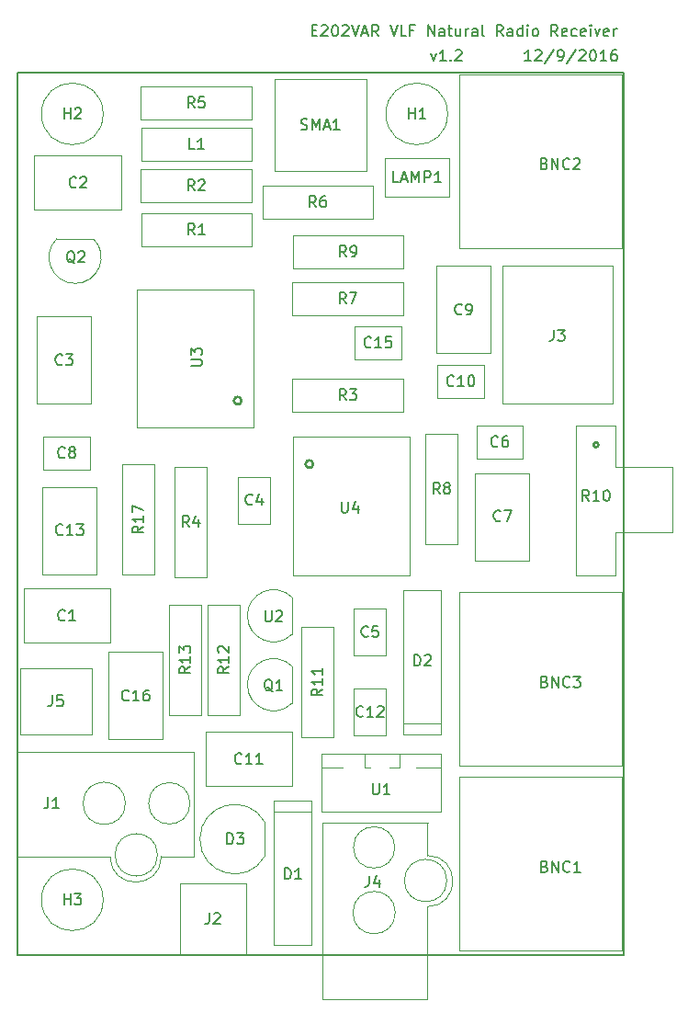
<source format=gbr>
G04 This is an RS-274x file exported by *
G04 gerbv version 2.6.0 *
G04 More information is available about gerbv at *
G04 http://gerbv.gpleda.org/ *
G04 --End of header info--*
%MOIN*%
%FSLAX34Y34*%
%IPPOS*%
G04 --Define apertures--*
%ADD10C,0.0138*%
%ADD11C,0.0060*%
%ADD12C,0.0016*%
%ADD13C,0.0020*%
%ADD14C,0.0020*%
%ADD15C,0.0100*%
%ADD16C,0.0059*%
%ADD17C,0.0050*%
G04 --Start main section--*
G54D11*
G01X0038010Y-014314D02*
G01X0038105Y-014581D01*
G01X0038105Y-014581D02*
G01X0038200Y-014314D01*
G01X0038562Y-014581D02*
G01X0038333Y-014581D01*
G01X0038448Y-014581D02*
G01X0038448Y-014181D01*
G01X0038448Y-014181D02*
G01X0038410Y-014238D01*
G01X0038410Y-014238D02*
G01X0038371Y-014276D01*
G01X0038371Y-014276D02*
G01X0038333Y-014295D01*
G01X0038733Y-014543D02*
G01X0038752Y-014562D01*
G01X0038752Y-014562D02*
G01X0038733Y-014581D01*
G01X0038733Y-014581D02*
G01X0038714Y-014562D01*
G01X0038714Y-014562D02*
G01X0038733Y-014543D01*
G01X0038733Y-014543D02*
G01X0038733Y-014581D01*
G01X0038905Y-014219D02*
G01X0038924Y-014200D01*
G01X0038924Y-014200D02*
G01X0038962Y-014181D01*
G01X0038962Y-014181D02*
G01X0039057Y-014181D01*
G01X0039057Y-014181D02*
G01X0039095Y-014200D01*
G01X0039095Y-014200D02*
G01X0039114Y-014219D01*
G01X0039114Y-014219D02*
G01X0039133Y-014257D01*
G01X0039133Y-014257D02*
G01X0039133Y-014295D01*
G01X0039133Y-014295D02*
G01X0039114Y-014352D01*
G01X0039114Y-014352D02*
G01X0038886Y-014581D01*
G01X0038886Y-014581D02*
G01X0039133Y-014581D01*
G01X0041648Y-014581D02*
G01X0041419Y-014581D01*
G01X0041533Y-014581D02*
G01X0041533Y-014181D01*
G01X0041533Y-014181D02*
G01X0041495Y-014238D01*
G01X0041495Y-014238D02*
G01X0041457Y-014276D01*
G01X0041457Y-014276D02*
G01X0041419Y-014295D01*
G01X0041800Y-014219D02*
G01X0041819Y-014200D01*
G01X0041819Y-014200D02*
G01X0041857Y-014181D01*
G01X0041857Y-014181D02*
G01X0041952Y-014181D01*
G01X0041952Y-014181D02*
G01X0041990Y-014200D01*
G01X0041990Y-014200D02*
G01X0042010Y-014219D01*
G01X0042010Y-014219D02*
G01X0042029Y-014257D01*
G01X0042029Y-014257D02*
G01X0042029Y-014295D01*
G01X0042029Y-014295D02*
G01X0042010Y-014352D01*
G01X0042010Y-014352D02*
G01X0041781Y-014581D01*
G01X0041781Y-014581D02*
G01X0042029Y-014581D01*
G01X0042486Y-014162D02*
G01X0042143Y-014676D01*
G01X0042638Y-014581D02*
G01X0042714Y-014581D01*
G01X0042714Y-014581D02*
G01X0042752Y-014562D01*
G01X0042752Y-014562D02*
G01X0042771Y-014543D01*
G01X0042771Y-014543D02*
G01X0042810Y-014486D01*
G01X0042810Y-014486D02*
G01X0042829Y-014410D01*
G01X0042829Y-014410D02*
G01X0042829Y-014257D01*
G01X0042829Y-014257D02*
G01X0042810Y-014219D01*
G01X0042810Y-014219D02*
G01X0042790Y-014200D01*
G01X0042790Y-014200D02*
G01X0042752Y-014181D01*
G01X0042752Y-014181D02*
G01X0042676Y-014181D01*
G01X0042676Y-014181D02*
G01X0042638Y-014200D01*
G01X0042638Y-014200D02*
G01X0042619Y-014219D01*
G01X0042619Y-014219D02*
G01X0042600Y-014257D01*
G01X0042600Y-014257D02*
G01X0042600Y-014352D01*
G01X0042600Y-014352D02*
G01X0042619Y-014390D01*
G01X0042619Y-014390D02*
G01X0042638Y-014410D01*
G01X0042638Y-014410D02*
G01X0042676Y-014429D01*
G01X0042676Y-014429D02*
G01X0042752Y-014429D01*
G01X0042752Y-014429D02*
G01X0042790Y-014410D01*
G01X0042790Y-014410D02*
G01X0042810Y-014390D01*
G01X0042810Y-014390D02*
G01X0042829Y-014352D01*
G01X0043286Y-014162D02*
G01X0042943Y-014676D01*
G01X0043400Y-014219D02*
G01X0043419Y-014200D01*
G01X0043419Y-014200D02*
G01X0043457Y-014181D01*
G01X0043457Y-014181D02*
G01X0043552Y-014181D01*
G01X0043552Y-014181D02*
G01X0043590Y-014200D01*
G01X0043590Y-014200D02*
G01X0043610Y-014219D01*
G01X0043610Y-014219D02*
G01X0043629Y-014257D01*
G01X0043629Y-014257D02*
G01X0043629Y-014295D01*
G01X0043629Y-014295D02*
G01X0043610Y-014352D01*
G01X0043610Y-014352D02*
G01X0043381Y-014581D01*
G01X0043381Y-014581D02*
G01X0043629Y-014581D01*
G01X0043876Y-014181D02*
G01X0043914Y-014181D01*
G01X0043914Y-014181D02*
G01X0043952Y-014200D01*
G01X0043952Y-014200D02*
G01X0043971Y-014219D01*
G01X0043971Y-014219D02*
G01X0043990Y-014257D01*
G01X0043990Y-014257D02*
G01X0044010Y-014333D01*
G01X0044010Y-014333D02*
G01X0044010Y-014429D01*
G01X0044010Y-014429D02*
G01X0043990Y-014505D01*
G01X0043990Y-014505D02*
G01X0043971Y-014543D01*
G01X0043971Y-014543D02*
G01X0043952Y-014562D01*
G01X0043952Y-014562D02*
G01X0043914Y-014581D01*
G01X0043914Y-014581D02*
G01X0043876Y-014581D01*
G01X0043876Y-014581D02*
G01X0043838Y-014562D01*
G01X0043838Y-014562D02*
G01X0043819Y-014543D01*
G01X0043819Y-014543D02*
G01X0043800Y-014505D01*
G01X0043800Y-014505D02*
G01X0043781Y-014429D01*
G01X0043781Y-014429D02*
G01X0043781Y-014333D01*
G01X0043781Y-014333D02*
G01X0043800Y-014257D01*
G01X0043800Y-014257D02*
G01X0043819Y-014219D01*
G01X0043819Y-014219D02*
G01X0043838Y-014200D01*
G01X0043838Y-014200D02*
G01X0043876Y-014181D01*
G01X0044390Y-014581D02*
G01X0044162Y-014581D01*
G01X0044276Y-014581D02*
G01X0044276Y-014181D01*
G01X0044276Y-014181D02*
G01X0044238Y-014238D01*
G01X0044238Y-014238D02*
G01X0044200Y-014276D01*
G01X0044200Y-014276D02*
G01X0044162Y-014295D01*
G01X0044733Y-014181D02*
G01X0044657Y-014181D01*
G01X0044657Y-014181D02*
G01X0044619Y-014200D01*
G01X0044619Y-014200D02*
G01X0044600Y-014219D01*
G01X0044600Y-014219D02*
G01X0044562Y-014276D01*
G01X0044562Y-014276D02*
G01X0044543Y-014352D01*
G01X0044543Y-014352D02*
G01X0044543Y-014505D01*
G01X0044543Y-014505D02*
G01X0044562Y-014543D01*
G01X0044562Y-014543D02*
G01X0044581Y-014562D01*
G01X0044581Y-014562D02*
G01X0044619Y-014581D01*
G01X0044619Y-014581D02*
G01X0044695Y-014581D01*
G01X0044695Y-014581D02*
G01X0044733Y-014562D01*
G01X0044733Y-014562D02*
G01X0044752Y-014543D01*
G01X0044752Y-014543D02*
G01X0044771Y-014505D01*
G01X0044771Y-014505D02*
G01X0044771Y-014410D01*
G01X0044771Y-014410D02*
G01X0044752Y-014371D01*
G01X0044752Y-014371D02*
G01X0044733Y-014352D01*
G01X0044733Y-014352D02*
G01X0044695Y-014333D01*
G01X0044695Y-014333D02*
G01X0044619Y-014333D01*
G01X0044619Y-014333D02*
G01X0044581Y-014352D01*
G01X0044581Y-014352D02*
G01X0044562Y-014371D01*
G01X0044562Y-014371D02*
G01X0044543Y-014410D01*
G01X0033695Y-013471D02*
G01X0033829Y-013471D01*
G01X0033886Y-013681D02*
G01X0033695Y-013681D01*
G01X0033695Y-013681D02*
G01X0033695Y-013281D01*
G01X0033695Y-013281D02*
G01X0033886Y-013281D01*
G01X0034038Y-013319D02*
G01X0034057Y-013300D01*
G01X0034057Y-013300D02*
G01X0034095Y-013281D01*
G01X0034095Y-013281D02*
G01X0034190Y-013281D01*
G01X0034190Y-013281D02*
G01X0034229Y-013300D01*
G01X0034229Y-013300D02*
G01X0034248Y-013319D01*
G01X0034248Y-013319D02*
G01X0034267Y-013357D01*
G01X0034267Y-013357D02*
G01X0034267Y-013395D01*
G01X0034267Y-013395D02*
G01X0034248Y-013452D01*
G01X0034248Y-013452D02*
G01X0034019Y-013681D01*
G01X0034019Y-013681D02*
G01X0034267Y-013681D01*
G01X0034514Y-013281D02*
G01X0034552Y-013281D01*
G01X0034552Y-013281D02*
G01X0034590Y-013300D01*
G01X0034590Y-013300D02*
G01X0034610Y-013319D01*
G01X0034610Y-013319D02*
G01X0034629Y-013357D01*
G01X0034629Y-013357D02*
G01X0034648Y-013433D01*
G01X0034648Y-013433D02*
G01X0034648Y-013529D01*
G01X0034648Y-013529D02*
G01X0034629Y-013605D01*
G01X0034629Y-013605D02*
G01X0034610Y-013643D01*
G01X0034610Y-013643D02*
G01X0034590Y-013662D01*
G01X0034590Y-013662D02*
G01X0034552Y-013681D01*
G01X0034552Y-013681D02*
G01X0034514Y-013681D01*
G01X0034514Y-013681D02*
G01X0034476Y-013662D01*
G01X0034476Y-013662D02*
G01X0034457Y-013643D01*
G01X0034457Y-013643D02*
G01X0034438Y-013605D01*
G01X0034438Y-013605D02*
G01X0034419Y-013529D01*
G01X0034419Y-013529D02*
G01X0034419Y-013433D01*
G01X0034419Y-013433D02*
G01X0034438Y-013357D01*
G01X0034438Y-013357D02*
G01X0034457Y-013319D01*
G01X0034457Y-013319D02*
G01X0034476Y-013300D01*
G01X0034476Y-013300D02*
G01X0034514Y-013281D01*
G01X0034800Y-013319D02*
G01X0034819Y-013300D01*
G01X0034819Y-013300D02*
G01X0034857Y-013281D01*
G01X0034857Y-013281D02*
G01X0034952Y-013281D01*
G01X0034952Y-013281D02*
G01X0034990Y-013300D01*
G01X0034990Y-013300D02*
G01X0035010Y-013319D01*
G01X0035010Y-013319D02*
G01X0035029Y-013357D01*
G01X0035029Y-013357D02*
G01X0035029Y-013395D01*
G01X0035029Y-013395D02*
G01X0035010Y-013452D01*
G01X0035010Y-013452D02*
G01X0034781Y-013681D01*
G01X0034781Y-013681D02*
G01X0035029Y-013681D01*
G01X0035143Y-013281D02*
G01X0035276Y-013681D01*
G01X0035276Y-013681D02*
G01X0035410Y-013281D01*
G01X0035524Y-013567D02*
G01X0035714Y-013567D01*
G01X0035486Y-013681D02*
G01X0035619Y-013281D01*
G01X0035619Y-013281D02*
G01X0035752Y-013681D01*
G01X0036114Y-013681D02*
G01X0035981Y-013490D01*
G01X0035886Y-013681D02*
G01X0035886Y-013281D01*
G01X0035886Y-013281D02*
G01X0036038Y-013281D01*
G01X0036038Y-013281D02*
G01X0036076Y-013300D01*
G01X0036076Y-013300D02*
G01X0036095Y-013319D01*
G01X0036095Y-013319D02*
G01X0036114Y-013357D01*
G01X0036114Y-013357D02*
G01X0036114Y-013414D01*
G01X0036114Y-013414D02*
G01X0036095Y-013452D01*
G01X0036095Y-013452D02*
G01X0036076Y-013471D01*
G01X0036076Y-013471D02*
G01X0036038Y-013490D01*
G01X0036038Y-013490D02*
G01X0035886Y-013490D01*
G01X0036533Y-013281D02*
G01X0036667Y-013681D01*
G01X0036667Y-013681D02*
G01X0036800Y-013281D01*
G01X0037124Y-013681D02*
G01X0036933Y-013681D01*
G01X0036933Y-013681D02*
G01X0036933Y-013281D01*
G01X0037390Y-013471D02*
G01X0037257Y-013471D01*
G01X0037257Y-013681D02*
G01X0037257Y-013281D01*
G01X0037257Y-013281D02*
G01X0037448Y-013281D01*
G01X0037905Y-013681D02*
G01X0037905Y-013281D01*
G01X0037905Y-013281D02*
G01X0038133Y-013681D01*
G01X0038133Y-013681D02*
G01X0038133Y-013281D01*
G01X0038495Y-013681D02*
G01X0038495Y-013471D01*
G01X0038495Y-013471D02*
G01X0038476Y-013433D01*
G01X0038476Y-013433D02*
G01X0038438Y-013414D01*
G01X0038438Y-013414D02*
G01X0038362Y-013414D01*
G01X0038362Y-013414D02*
G01X0038324Y-013433D01*
G01X0038495Y-013662D02*
G01X0038457Y-013681D01*
G01X0038457Y-013681D02*
G01X0038362Y-013681D01*
G01X0038362Y-013681D02*
G01X0038324Y-013662D01*
G01X0038324Y-013662D02*
G01X0038305Y-013624D01*
G01X0038305Y-013624D02*
G01X0038305Y-013586D01*
G01X0038305Y-013586D02*
G01X0038324Y-013548D01*
G01X0038324Y-013548D02*
G01X0038362Y-013529D01*
G01X0038362Y-013529D02*
G01X0038457Y-013529D01*
G01X0038457Y-013529D02*
G01X0038495Y-013510D01*
G01X0038629Y-013414D02*
G01X0038781Y-013414D01*
G01X0038686Y-013281D02*
G01X0038686Y-013624D01*
G01X0038686Y-013624D02*
G01X0038705Y-013662D01*
G01X0038705Y-013662D02*
G01X0038743Y-013681D01*
G01X0038743Y-013681D02*
G01X0038781Y-013681D01*
G01X0039086Y-013414D02*
G01X0039086Y-013681D01*
G01X0038914Y-013414D02*
G01X0038914Y-013624D01*
G01X0038914Y-013624D02*
G01X0038933Y-013662D01*
G01X0038933Y-013662D02*
G01X0038971Y-013681D01*
G01X0038971Y-013681D02*
G01X0039029Y-013681D01*
G01X0039029Y-013681D02*
G01X0039067Y-013662D01*
G01X0039067Y-013662D02*
G01X0039086Y-013643D01*
G01X0039276Y-013681D02*
G01X0039276Y-013414D01*
G01X0039276Y-013490D02*
G01X0039295Y-013452D01*
G01X0039295Y-013452D02*
G01X0039314Y-013433D01*
G01X0039314Y-013433D02*
G01X0039352Y-013414D01*
G01X0039352Y-013414D02*
G01X0039390Y-013414D01*
G01X0039695Y-013681D02*
G01X0039695Y-013471D01*
G01X0039695Y-013471D02*
G01X0039676Y-013433D01*
G01X0039676Y-013433D02*
G01X0039638Y-013414D01*
G01X0039638Y-013414D02*
G01X0039562Y-013414D01*
G01X0039562Y-013414D02*
G01X0039524Y-013433D01*
G01X0039695Y-013662D02*
G01X0039657Y-013681D01*
G01X0039657Y-013681D02*
G01X0039562Y-013681D01*
G01X0039562Y-013681D02*
G01X0039524Y-013662D01*
G01X0039524Y-013662D02*
G01X0039505Y-013624D01*
G01X0039505Y-013624D02*
G01X0039505Y-013586D01*
G01X0039505Y-013586D02*
G01X0039524Y-013548D01*
G01X0039524Y-013548D02*
G01X0039562Y-013529D01*
G01X0039562Y-013529D02*
G01X0039657Y-013529D01*
G01X0039657Y-013529D02*
G01X0039695Y-013510D01*
G01X0039943Y-013681D02*
G01X0039905Y-013662D01*
G01X0039905Y-013662D02*
G01X0039886Y-013624D01*
G01X0039886Y-013624D02*
G01X0039886Y-013281D01*
G01X0040629Y-013681D02*
G01X0040495Y-013490D01*
G01X0040400Y-013681D02*
G01X0040400Y-013281D01*
G01X0040400Y-013281D02*
G01X0040552Y-013281D01*
G01X0040552Y-013281D02*
G01X0040590Y-013300D01*
G01X0040590Y-013300D02*
G01X0040610Y-013319D01*
G01X0040610Y-013319D02*
G01X0040629Y-013357D01*
G01X0040629Y-013357D02*
G01X0040629Y-013414D01*
G01X0040629Y-013414D02*
G01X0040610Y-013452D01*
G01X0040610Y-013452D02*
G01X0040590Y-013471D01*
G01X0040590Y-013471D02*
G01X0040552Y-013490D01*
G01X0040552Y-013490D02*
G01X0040400Y-013490D01*
G01X0040971Y-013681D02*
G01X0040971Y-013471D01*
G01X0040971Y-013471D02*
G01X0040952Y-013433D01*
G01X0040952Y-013433D02*
G01X0040914Y-013414D01*
G01X0040914Y-013414D02*
G01X0040838Y-013414D01*
G01X0040838Y-013414D02*
G01X0040800Y-013433D01*
G01X0040971Y-013662D02*
G01X0040933Y-013681D01*
G01X0040933Y-013681D02*
G01X0040838Y-013681D01*
G01X0040838Y-013681D02*
G01X0040800Y-013662D01*
G01X0040800Y-013662D02*
G01X0040781Y-013624D01*
G01X0040781Y-013624D02*
G01X0040781Y-013586D01*
G01X0040781Y-013586D02*
G01X0040800Y-013548D01*
G01X0040800Y-013548D02*
G01X0040838Y-013529D01*
G01X0040838Y-013529D02*
G01X0040933Y-013529D01*
G01X0040933Y-013529D02*
G01X0040971Y-013510D01*
G01X0041333Y-013681D02*
G01X0041333Y-013281D01*
G01X0041333Y-013662D02*
G01X0041295Y-013681D01*
G01X0041295Y-013681D02*
G01X0041219Y-013681D01*
G01X0041219Y-013681D02*
G01X0041181Y-013662D01*
G01X0041181Y-013662D02*
G01X0041162Y-013643D01*
G01X0041162Y-013643D02*
G01X0041143Y-013605D01*
G01X0041143Y-013605D02*
G01X0041143Y-013490D01*
G01X0041143Y-013490D02*
G01X0041162Y-013452D01*
G01X0041162Y-013452D02*
G01X0041181Y-013433D01*
G01X0041181Y-013433D02*
G01X0041219Y-013414D01*
G01X0041219Y-013414D02*
G01X0041295Y-013414D01*
G01X0041295Y-013414D02*
G01X0041333Y-013433D01*
G01X0041524Y-013681D02*
G01X0041524Y-013414D01*
G01X0041524Y-013281D02*
G01X0041505Y-013300D01*
G01X0041505Y-013300D02*
G01X0041524Y-013319D01*
G01X0041524Y-013319D02*
G01X0041543Y-013300D01*
G01X0041543Y-013300D02*
G01X0041524Y-013281D01*
G01X0041524Y-013281D02*
G01X0041524Y-013319D01*
G01X0041771Y-013681D02*
G01X0041733Y-013662D01*
G01X0041733Y-013662D02*
G01X0041714Y-013643D01*
G01X0041714Y-013643D02*
G01X0041695Y-013605D01*
G01X0041695Y-013605D02*
G01X0041695Y-013490D01*
G01X0041695Y-013490D02*
G01X0041714Y-013452D01*
G01X0041714Y-013452D02*
G01X0041733Y-013433D01*
G01X0041733Y-013433D02*
G01X0041771Y-013414D01*
G01X0041771Y-013414D02*
G01X0041829Y-013414D01*
G01X0041829Y-013414D02*
G01X0041867Y-013433D01*
G01X0041867Y-013433D02*
G01X0041886Y-013452D01*
G01X0041886Y-013452D02*
G01X0041905Y-013490D01*
G01X0041905Y-013490D02*
G01X0041905Y-013605D01*
G01X0041905Y-013605D02*
G01X0041886Y-013643D01*
G01X0041886Y-013643D02*
G01X0041867Y-013662D01*
G01X0041867Y-013662D02*
G01X0041829Y-013681D01*
G01X0041829Y-013681D02*
G01X0041771Y-013681D01*
G01X0042610Y-013681D02*
G01X0042476Y-013490D01*
G01X0042381Y-013681D02*
G01X0042381Y-013281D01*
G01X0042381Y-013281D02*
G01X0042533Y-013281D01*
G01X0042533Y-013281D02*
G01X0042571Y-013300D01*
G01X0042571Y-013300D02*
G01X0042590Y-013319D01*
G01X0042590Y-013319D02*
G01X0042610Y-013357D01*
G01X0042610Y-013357D02*
G01X0042610Y-013414D01*
G01X0042610Y-013414D02*
G01X0042590Y-013452D01*
G01X0042590Y-013452D02*
G01X0042571Y-013471D01*
G01X0042571Y-013471D02*
G01X0042533Y-013490D01*
G01X0042533Y-013490D02*
G01X0042381Y-013490D01*
G01X0042933Y-013662D02*
G01X0042895Y-013681D01*
G01X0042895Y-013681D02*
G01X0042819Y-013681D01*
G01X0042819Y-013681D02*
G01X0042781Y-013662D01*
G01X0042781Y-013662D02*
G01X0042762Y-013624D01*
G01X0042762Y-013624D02*
G01X0042762Y-013471D01*
G01X0042762Y-013471D02*
G01X0042781Y-013433D01*
G01X0042781Y-013433D02*
G01X0042819Y-013414D01*
G01X0042819Y-013414D02*
G01X0042895Y-013414D01*
G01X0042895Y-013414D02*
G01X0042933Y-013433D01*
G01X0042933Y-013433D02*
G01X0042952Y-013471D01*
G01X0042952Y-013471D02*
G01X0042952Y-013510D01*
G01X0042952Y-013510D02*
G01X0042762Y-013548D01*
G01X0043295Y-013662D02*
G01X0043257Y-013681D01*
G01X0043257Y-013681D02*
G01X0043181Y-013681D01*
G01X0043181Y-013681D02*
G01X0043143Y-013662D01*
G01X0043143Y-013662D02*
G01X0043124Y-013643D01*
G01X0043124Y-013643D02*
G01X0043105Y-013605D01*
G01X0043105Y-013605D02*
G01X0043105Y-013490D01*
G01X0043105Y-013490D02*
G01X0043124Y-013452D01*
G01X0043124Y-013452D02*
G01X0043143Y-013433D01*
G01X0043143Y-013433D02*
G01X0043181Y-013414D01*
G01X0043181Y-013414D02*
G01X0043257Y-013414D01*
G01X0043257Y-013414D02*
G01X0043295Y-013433D01*
G01X0043619Y-013662D02*
G01X0043581Y-013681D01*
G01X0043581Y-013681D02*
G01X0043505Y-013681D01*
G01X0043505Y-013681D02*
G01X0043467Y-013662D01*
G01X0043467Y-013662D02*
G01X0043448Y-013624D01*
G01X0043448Y-013624D02*
G01X0043448Y-013471D01*
G01X0043448Y-013471D02*
G01X0043467Y-013433D01*
G01X0043467Y-013433D02*
G01X0043505Y-013414D01*
G01X0043505Y-013414D02*
G01X0043581Y-013414D01*
G01X0043581Y-013414D02*
G01X0043619Y-013433D01*
G01X0043619Y-013433D02*
G01X0043638Y-013471D01*
G01X0043638Y-013471D02*
G01X0043638Y-013510D01*
G01X0043638Y-013510D02*
G01X0043448Y-013548D01*
G01X0043810Y-013681D02*
G01X0043810Y-013414D01*
G01X0043810Y-013281D02*
G01X0043790Y-013300D01*
G01X0043790Y-013300D02*
G01X0043810Y-013319D01*
G01X0043810Y-013319D02*
G01X0043829Y-013300D01*
G01X0043829Y-013300D02*
G01X0043810Y-013281D01*
G01X0043810Y-013281D02*
G01X0043810Y-013319D01*
G01X0043962Y-013414D02*
G01X0044057Y-013681D01*
G01X0044057Y-013681D02*
G01X0044152Y-013414D01*
G01X0044457Y-013662D02*
G01X0044419Y-013681D01*
G01X0044419Y-013681D02*
G01X0044343Y-013681D01*
G01X0044343Y-013681D02*
G01X0044305Y-013662D01*
G01X0044305Y-013662D02*
G01X0044286Y-013624D01*
G01X0044286Y-013624D02*
G01X0044286Y-013471D01*
G01X0044286Y-013471D02*
G01X0044305Y-013433D01*
G01X0044305Y-013433D02*
G01X0044343Y-013414D01*
G01X0044343Y-013414D02*
G01X0044419Y-013414D01*
G01X0044419Y-013414D02*
G01X0044457Y-013433D01*
G01X0044457Y-013433D02*
G01X0044476Y-013471D01*
G01X0044476Y-013471D02*
G01X0044476Y-013510D01*
G01X0044476Y-013510D02*
G01X0044286Y-013548D01*
G01X0044648Y-013681D02*
G01X0044648Y-013414D01*
G01X0044648Y-013490D02*
G01X0044667Y-013452D01*
G01X0044667Y-013452D02*
G01X0044686Y-013433D01*
G01X0044686Y-013433D02*
G01X0044724Y-013414D01*
G01X0044724Y-013414D02*
G01X0044762Y-013414D01*
G01X0023000Y-015000D02*
G01X0045000Y-015000D01*
G01X0023000Y-047000D02*
G01X0023000Y-015000D01*
G01X0045000Y-047000D02*
G01X0023000Y-047000D01*
G01X0045000Y-015000D02*
G01X0045000Y-047000D01*
G54D12*
G01X0037879Y-043389D02*
G01X0037879Y-042209D01*
G01X0037889Y-045249D02*
G75*
G03X0037879Y-043389I-000010J0000930D01*
G01X0037889Y-048609D02*
G01X0037889Y-045249D01*
G54D13*
G01X0038589Y-044300D02*
G75*
G03X0038589Y-044300I-000769J0000000D01*
G01X0036719Y-045463D02*
G75*
G03X0036719Y-045463I-000769J0000000D01*
G01X0036700Y-043099D02*
G75*
G03X0036700Y-043099I-000750J0000000D01*
G01X0034079Y-042214D02*
G01X0034079Y-048609D01*
G01X0037899Y-042209D02*
G01X0034079Y-042214D01*
G01X0034079Y-048609D02*
G01X0037889Y-048609D01*
G54D12*
G01X0028230Y-043429D02*
G01X0029410Y-043429D01*
G01X0026370Y-043439D02*
G75*
G03X0028230Y-043429I0000930J0000010D01*
G01X0023010Y-043439D02*
G01X0026370Y-043439D01*
G54D13*
G01X0028088Y-043370D02*
G75*
G03X0028088Y-043370I-000769J0000000D01*
G01X0026925Y-041500D02*
G75*
G03X0026925Y-041500I-000769J0000000D01*
G01X0029269Y-041500D02*
G75*
G03X0029269Y-041500I-000750J0000000D01*
G01X0029405Y-039629D02*
G01X0023010Y-039629D01*
G01X0029410Y-043449D02*
G01X0029405Y-039629D01*
G01X0023010Y-039629D02*
G01X0023010Y-043439D01*
G01X0032327Y-015227D02*
G01X0035673Y-015227D01*
G01X0035673Y-015227D02*
G01X0035673Y-018573D01*
G01X0035673Y-018573D02*
G01X0032327Y-018573D01*
G01X0032327Y-018573D02*
G01X0032327Y-015227D01*
G54D14*
G01X0044953Y-040550D02*
G01X0044953Y-046850D01*
G01X0039047Y-040550D02*
G01X0044953Y-040550D01*
G01X0039047Y-046850D02*
G01X0039047Y-040550D01*
G01X0044953Y-046850D02*
G01X0039047Y-046850D01*
G01X0044943Y-015057D02*
G01X0044943Y-021357D01*
G01X0039037Y-015057D02*
G01X0044943Y-015057D01*
G01X0039037Y-021357D02*
G01X0039037Y-015057D01*
G01X0044943Y-021357D02*
G01X0039037Y-021357D01*
G01X0044953Y-033850D02*
G01X0044953Y-040150D01*
G01X0039047Y-033850D02*
G01X0044953Y-033850D01*
G01X0039047Y-040150D02*
G01X0039047Y-033850D01*
G01X0044953Y-040150D02*
G01X0039047Y-040150D01*
G54D13*
G01X0023241Y-033716D02*
G01X0026391Y-033716D01*
G01X0023241Y-035684D02*
G01X0023241Y-033716D01*
G01X0026391Y-035684D02*
G01X0023241Y-035684D01*
G01X0026391Y-033716D02*
G01X0026391Y-035684D01*
G01X0026759Y-019984D02*
G01X0023609Y-019984D01*
G01X0026759Y-018016D02*
G01X0026759Y-019984D01*
G01X0023609Y-018016D02*
G01X0026759Y-018016D01*
G01X0023609Y-019984D02*
G01X0023609Y-018016D01*
G01X0023716Y-026991D02*
G01X0023716Y-023841D01*
G01X0025684Y-026991D02*
G01X0023716Y-026991D01*
G01X0025684Y-023841D02*
G01X0025684Y-026991D01*
G01X0023716Y-023841D02*
G01X0025684Y-023841D01*
G01X0032191Y-029661D02*
G01X0032191Y-031354D01*
G01X0031009Y-029661D02*
G01X0032191Y-029661D01*
G01X0031009Y-031354D02*
G01X0031009Y-029661D01*
G01X0032191Y-031354D02*
G01X0031009Y-031354D01*
G01X0036391Y-034446D02*
G01X0036391Y-036139D01*
G01X0035209Y-034446D02*
G01X0036391Y-034446D01*
G01X0035209Y-036139D02*
G01X0035209Y-034446D01*
G01X0036391Y-036139D02*
G01X0035209Y-036139D01*
G01X0041354Y-028991D02*
G01X0039661Y-028991D01*
G01X0041354Y-027809D02*
G01X0041354Y-028991D01*
G01X0039661Y-027809D02*
G01X0041354Y-027809D01*
G01X0039661Y-028991D02*
G01X0039661Y-027809D01*
G01X0041584Y-029541D02*
G01X0041584Y-032691D01*
G01X0039616Y-029541D02*
G01X0041584Y-029541D01*
G01X0039616Y-032691D02*
G01X0039616Y-029541D01*
G01X0041584Y-032691D02*
G01X0039616Y-032691D01*
G01X0023946Y-028209D02*
G01X0025639Y-028209D01*
G01X0023946Y-029391D02*
G01X0023946Y-028209D01*
G01X0025639Y-029391D02*
G01X0023946Y-029391D01*
G01X0025639Y-028209D02*
G01X0025639Y-029391D01*
G01X0038216Y-025159D02*
G01X0038216Y-022009D01*
G01X0040184Y-025159D02*
G01X0038216Y-025159D01*
G01X0040184Y-022009D02*
G01X0040184Y-025159D01*
G01X0038216Y-022009D02*
G01X0040184Y-022009D01*
G01X0038246Y-025609D02*
G01X0039939Y-025609D01*
G01X0038246Y-026791D02*
G01X0038246Y-025609D01*
G01X0039939Y-026791D02*
G01X0038246Y-026791D01*
G01X0039939Y-025609D02*
G01X0039939Y-026791D01*
G01X0035209Y-039039D02*
G01X0035209Y-037346D01*
G01X0036391Y-039039D02*
G01X0035209Y-039039D01*
G01X0036391Y-037346D02*
G01X0036391Y-039039D01*
G01X0035209Y-037346D02*
G01X0036391Y-037346D01*
G01X0025884Y-030041D02*
G01X0025884Y-033191D01*
G01X0023916Y-030041D02*
G01X0025884Y-030041D01*
G01X0023916Y-033191D02*
G01X0023916Y-030041D01*
G01X0025884Y-033191D02*
G01X0023916Y-033191D01*
G01X0036939Y-025391D02*
G01X0035246Y-025391D01*
G01X0036939Y-024209D02*
G01X0036939Y-025391D01*
G01X0035246Y-024209D02*
G01X0036939Y-024209D01*
G01X0035246Y-025391D02*
G01X0035246Y-024209D01*
G01X0026316Y-039159D02*
G01X0026316Y-036009D01*
G01X0028284Y-039159D02*
G01X0026316Y-039159D01*
G01X0028284Y-036009D02*
G01X0028284Y-039159D01*
G01X0026316Y-036009D02*
G01X0028284Y-036009D01*
G54D14*
G01X0033688Y-041409D02*
G01X0033590Y-041409D01*
G01X0033688Y-046626D02*
G01X0033688Y-041409D01*
G01X0032310Y-046626D02*
G01X0033688Y-046626D01*
G01X0032310Y-046528D02*
G01X0032310Y-046626D01*
G01X0032310Y-041409D02*
G01X0032310Y-046528D01*
G01X0033590Y-041409D02*
G01X0032310Y-041409D01*
G01X0033688Y-041803D02*
G01X0032310Y-041803D01*
G01X0037010Y-038991D02*
G01X0037108Y-038991D01*
G01X0037010Y-033774D02*
G01X0037010Y-038991D01*
G01X0038388Y-033774D02*
G01X0037010Y-033774D01*
G01X0038388Y-033872D02*
G01X0038388Y-033774D01*
G01X0038388Y-038991D02*
G01X0038388Y-033872D01*
G01X0037108Y-038991D02*
G01X0038388Y-038991D01*
G01X0037010Y-038597D02*
G01X0038388Y-038597D01*
G54D13*
G01X0031309Y-044401D02*
G01X0031309Y-046999D01*
G01X0031309Y-044401D02*
G01X0028907Y-044401D01*
G01X0031309Y-046999D02*
G01X0028907Y-046999D01*
G01X0028907Y-044401D02*
G01X0028907Y-046999D01*
G01X0025699Y-039009D02*
G01X0023101Y-039009D01*
G01X0025699Y-039009D02*
G01X0025699Y-036607D01*
G01X0023101Y-039009D02*
G01X0023101Y-036607D01*
G01X0025699Y-036607D02*
G01X0023101Y-036607D01*
G01X0036327Y-019489D02*
G01X0038689Y-019489D01*
G01X0036327Y-019489D02*
G01X0036327Y-018111D01*
G01X0038689Y-018111D02*
G01X0036327Y-018111D01*
G01X0038689Y-019489D02*
G01X0038689Y-018111D01*
G54D12*
G01X0032975Y-036535D02*
G75*
G03X0032970Y-037870I-000675J-000665D01*
G01X0032970Y-037870D02*
G01X0032970Y-036540D01*
G01X0024435Y-021025D02*
G75*
G03X0025770Y-021030I0000665J-000675D01*
G01X0025770Y-021030D02*
G01X0024440Y-021030D01*
G54D14*
G01X0027496Y-021291D02*
G01X0031512Y-021291D01*
G01X0027496Y-020109D02*
G01X0027496Y-021291D01*
G01X0027535Y-020109D02*
G01X0027496Y-020109D01*
G01X0031512Y-020109D02*
G01X0027535Y-020109D01*
G01X0031512Y-021291D02*
G01X0031512Y-020109D01*
G01X0037004Y-026109D02*
G01X0032988Y-026109D01*
G01X0037004Y-027291D02*
G01X0037004Y-026109D01*
G01X0036965Y-027291D02*
G01X0037004Y-027291D01*
G01X0032988Y-027291D02*
G01X0036965Y-027291D01*
G01X0032988Y-026109D02*
G01X0032988Y-027291D01*
G01X0029891Y-033304D02*
G01X0029891Y-029288D01*
G01X0028709Y-033304D02*
G01X0029891Y-033304D01*
G01X0028709Y-033265D02*
G01X0028709Y-033304D01*
G01X0028709Y-029288D02*
G01X0028709Y-033265D01*
G01X0029891Y-029288D02*
G01X0028709Y-029288D01*
G01X0031504Y-015509D02*
G01X0027488Y-015509D01*
G01X0031504Y-016691D02*
G01X0031504Y-015509D01*
G01X0031465Y-016691D02*
G01X0031504Y-016691D01*
G01X0027488Y-016691D02*
G01X0031465Y-016691D01*
G01X0027488Y-015509D02*
G01X0027488Y-016691D01*
G01X0031896Y-020291D02*
G01X0035912Y-020291D01*
G01X0031896Y-019109D02*
G01X0031896Y-020291D01*
G01X0031935Y-019109D02*
G01X0031896Y-019109D01*
G01X0035912Y-019109D02*
G01X0031935Y-019109D01*
G01X0035912Y-020291D02*
G01X0035912Y-019109D01*
G01X0037004Y-022609D02*
G01X0032988Y-022609D01*
G01X0037004Y-023791D02*
G01X0037004Y-022609D01*
G01X0036965Y-023791D02*
G01X0037004Y-023791D01*
G01X0032988Y-023791D02*
G01X0036965Y-023791D01*
G01X0032988Y-022609D02*
G01X0032988Y-023791D01*
G01X0038991Y-032104D02*
G01X0038991Y-028088D01*
G01X0037809Y-032104D02*
G01X0038991Y-032104D01*
G01X0037809Y-032065D02*
G01X0037809Y-032104D01*
G01X0037809Y-028088D02*
G01X0037809Y-032065D01*
G01X0038991Y-028088D02*
G01X0037809Y-028088D01*
G01X0032996Y-022091D02*
G01X0037012Y-022091D01*
G01X0032996Y-020909D02*
G01X0032996Y-022091D01*
G01X0033035Y-020909D02*
G01X0032996Y-020909D01*
G01X0037012Y-020909D02*
G01X0033035Y-020909D01*
G01X0037012Y-022091D02*
G01X0037012Y-020909D01*
G54D12*
G01X0046760Y-029290D02*
G01X0044790Y-029290D01*
G54D15*
G01X0044088Y-028500D02*
G75*
G03X0044088Y-028500I-000088J0000000D01*
G54D14*
G01X0043291Y-033224D02*
G01X0044709Y-033224D01*
G01X0043291Y-027791D02*
G01X0043291Y-033224D01*
G01X0044709Y-027791D02*
G01X0043291Y-027791D01*
G54D12*
G01X0044780Y-031660D02*
G01X0046760Y-031660D01*
G01X0044710Y-033220D02*
G01X0044710Y-031660D01*
G01X0044710Y-031660D02*
G01X0044790Y-031660D01*
G01X0044710Y-027790D02*
G01X0044710Y-029290D01*
G01X0044710Y-029290D02*
G01X0044790Y-029290D01*
G01X0046760Y-031660D02*
G01X0046760Y-030490D01*
G01X0046760Y-030490D02*
G01X0046760Y-029290D01*
G54D14*
G01X0033309Y-035096D02*
G01X0033309Y-039112D01*
G01X0034491Y-035096D02*
G01X0033309Y-035096D01*
G01X0034491Y-035135D02*
G01X0034491Y-035096D01*
G01X0034491Y-039112D02*
G01X0034491Y-035135D01*
G01X0033309Y-039112D02*
G01X0034491Y-039112D01*
G01X0031091Y-038304D02*
G01X0031091Y-034288D01*
G01X0029909Y-038304D02*
G01X0031091Y-038304D01*
G01X0029909Y-038265D02*
G01X0029909Y-038304D01*
G01X0029909Y-034288D02*
G01X0029909Y-038265D01*
G01X0031091Y-034288D02*
G01X0029909Y-034288D01*
G01X0029691Y-038304D02*
G01X0029691Y-034288D01*
G01X0028509Y-038304D02*
G01X0029691Y-038304D01*
G01X0028509Y-038265D02*
G01X0028509Y-038304D01*
G01X0028509Y-034288D02*
G01X0028509Y-038265D01*
G01X0029691Y-034288D02*
G01X0028509Y-034288D01*
G01X0026809Y-029196D02*
G01X0026809Y-033212D01*
G01X0027991Y-029196D02*
G01X0026809Y-029196D01*
G01X0027991Y-029235D02*
G01X0027991Y-029196D01*
G01X0027991Y-033212D02*
G01X0027991Y-029235D01*
G01X0026809Y-033212D02*
G01X0027991Y-033212D01*
G54D13*
G01X0034822Y-040213D02*
G01X0034035Y-040213D01*
G01X0035609Y-040213D02*
G01X0035609Y-039720D01*
G01X0035806Y-040213D02*
G01X0035609Y-040213D01*
G01X0036889Y-040213D02*
G01X0036889Y-039720D01*
G01X0036889Y-040213D02*
G01X0036495Y-040213D01*
G01X0038365Y-040213D02*
G01X0037480Y-040213D01*
G01X0038365Y-039819D02*
G01X0038365Y-039720D01*
G01X0038365Y-039720D02*
G01X0034035Y-039720D01*
G01X0034035Y-041787D02*
G01X0034035Y-039720D01*
G01X0038365Y-041787D02*
G01X0034035Y-041787D01*
G01X0038365Y-041689D02*
G01X0038365Y-041787D01*
G01X0038365Y-039819D02*
G01X0038365Y-041689D01*
G54D12*
G01X0032975Y-034035D02*
G75*
G03X0032970Y-035370I-000675J-000665D01*
G01X0032970Y-035370D02*
G01X0032970Y-034040D01*
G54D14*
G01X0027358Y-027884D02*
G01X0031591Y-027884D01*
G01X0027358Y-022865D02*
G01X0027358Y-027884D01*
G01X0027457Y-022865D02*
G01X0027358Y-022865D01*
G01X0031591Y-022865D02*
G01X0027457Y-022865D01*
G01X0031591Y-027884D02*
G01X0031591Y-022865D01*
G54D15*
G01X0031139Y-026900D02*
G75*
G03X0031139Y-026900I-000139J0000000D01*
G54D14*
G01X0037242Y-028216D02*
G01X0033009Y-028216D01*
G01X0037242Y-033235D02*
G01X0037242Y-028216D01*
G01X0037143Y-033235D02*
G01X0037242Y-033235D01*
G01X0033009Y-033235D02*
G01X0037143Y-033235D01*
G01X0033009Y-028216D02*
G01X0033009Y-033235D01*
G54D15*
G01X0033739Y-029200D02*
G75*
G03X0033739Y-029200I-000139J0000000D01*
G54D14*
G01X0027496Y-018191D02*
G01X0031512Y-018191D01*
G01X0027496Y-017009D02*
G01X0027496Y-018191D01*
G01X0027535Y-017009D02*
G01X0027496Y-017009D01*
G01X0031512Y-017009D02*
G01X0027535Y-017009D01*
G01X0031512Y-018191D02*
G01X0031512Y-017009D01*
G54D12*
G01X0026118Y-016500D02*
G75*
G03X0026118Y-016500I-001118J0000000D01*
G01X0026118Y-045000D02*
G75*
G03X0026118Y-045000I-001118J0000000D01*
G01X0038618Y-016500D02*
G75*
G03X0038618Y-016500I-001118J0000000D01*
G01X0040600Y-027000D02*
G01X0044600Y-027000D01*
G01X0040600Y-022000D02*
G01X0040600Y-027000D01*
G01X0044600Y-022000D02*
G01X0040600Y-022000D01*
G01X0044600Y-022000D02*
G01X0044600Y-027000D01*
G54D14*
G01X0031504Y-018509D02*
G01X0027488Y-018509D01*
G01X0031504Y-019691D02*
G01X0031504Y-018509D01*
G01X0031465Y-019691D02*
G01X0031504Y-019691D01*
G01X0027488Y-019691D02*
G01X0031465Y-019691D01*
G01X0027488Y-018509D02*
G01X0027488Y-019691D01*
G54D13*
G01X0029841Y-038916D02*
G01X0032991Y-038916D01*
G01X0029841Y-040884D02*
G01X0029841Y-038916D01*
G01X0032991Y-040884D02*
G01X0029841Y-040884D01*
G01X0032991Y-038916D02*
G01X0032991Y-040884D01*
G01X0031990Y-043411D02*
G75*
G02X0031991Y-042190I-001102J0000611D01*
G01X0031991Y-043410D02*
G01X0031991Y-042190D01*
G54D16*
G01X0035769Y-044134D02*
G01X0035769Y-044416D01*
G01X0035769Y-044416D02*
G01X0035750Y-044472D01*
G01X0035750Y-044472D02*
G01X0035713Y-044509D01*
G01X0035713Y-044509D02*
G01X0035656Y-044528D01*
G01X0035656Y-044528D02*
G01X0035619Y-044528D01*
G01X0036125Y-044266D02*
G01X0036125Y-044528D01*
G01X0036031Y-044116D02*
G01X0035937Y-044397D01*
G01X0035937Y-044397D02*
G01X0036181Y-044397D01*
G01X0024119Y-041284D02*
G01X0024119Y-041566D01*
G01X0024119Y-041566D02*
G01X0024100Y-041622D01*
G01X0024100Y-041622D02*
G01X0024063Y-041659D01*
G01X0024063Y-041659D02*
G01X0024006Y-041678D01*
G01X0024006Y-041678D02*
G01X0023969Y-041678D01*
G01X0024512Y-041678D02*
G01X0024287Y-041678D01*
G01X0024400Y-041678D02*
G01X0024400Y-041284D01*
G01X0024400Y-041284D02*
G01X0024362Y-041341D01*
G01X0024362Y-041341D02*
G01X0024325Y-041378D01*
G01X0024325Y-041378D02*
G01X0024287Y-041397D01*
G54D17*
G01X0033295Y-017062D02*
G01X0033352Y-017081D01*
G01X0033352Y-017081D02*
G01X0033448Y-017081D01*
G01X0033448Y-017081D02*
G01X0033486Y-017062D01*
G01X0033486Y-017062D02*
G01X0033505Y-017043D01*
G01X0033505Y-017043D02*
G01X0033524Y-017005D01*
G01X0033524Y-017005D02*
G01X0033524Y-016967D01*
G01X0033524Y-016967D02*
G01X0033505Y-016929D01*
G01X0033505Y-016929D02*
G01X0033486Y-016910D01*
G01X0033486Y-016910D02*
G01X0033448Y-016890D01*
G01X0033448Y-016890D02*
G01X0033371Y-016871D01*
G01X0033371Y-016871D02*
G01X0033333Y-016852D01*
G01X0033333Y-016852D02*
G01X0033314Y-016833D01*
G01X0033314Y-016833D02*
G01X0033295Y-016795D01*
G01X0033295Y-016795D02*
G01X0033295Y-016757D01*
G01X0033295Y-016757D02*
G01X0033314Y-016719D01*
G01X0033314Y-016719D02*
G01X0033333Y-016700D01*
G01X0033333Y-016700D02*
G01X0033371Y-016681D01*
G01X0033371Y-016681D02*
G01X0033467Y-016681D01*
G01X0033467Y-016681D02*
G01X0033524Y-016700D01*
G01X0033695Y-017081D02*
G01X0033695Y-016681D01*
G01X0033695Y-016681D02*
G01X0033829Y-016967D01*
G01X0033829Y-016967D02*
G01X0033962Y-016681D01*
G01X0033962Y-016681D02*
G01X0033962Y-017081D01*
G01X0034133Y-016967D02*
G01X0034324Y-016967D01*
G01X0034095Y-017081D02*
G01X0034229Y-016681D01*
G01X0034229Y-016681D02*
G01X0034362Y-017081D01*
G01X0034705Y-017081D02*
G01X0034476Y-017081D01*
G01X0034590Y-017081D02*
G01X0034590Y-016681D01*
G01X0034590Y-016681D02*
G01X0034552Y-016738D01*
G01X0034552Y-016738D02*
G01X0034514Y-016776D01*
G01X0034514Y-016776D02*
G01X0034476Y-016795D01*
G54D11*
G01X0042137Y-043790D02*
G01X0042194Y-043809D01*
G01X0042194Y-043809D02*
G01X0042213Y-043828D01*
G01X0042213Y-043828D02*
G01X0042232Y-043866D01*
G01X0042232Y-043866D02*
G01X0042232Y-043923D01*
G01X0042232Y-043923D02*
G01X0042213Y-043961D01*
G01X0042213Y-043961D02*
G01X0042194Y-043980D01*
G01X0042194Y-043980D02*
G01X0042156Y-043999D01*
G01X0042156Y-043999D02*
G01X0042004Y-043999D01*
G01X0042004Y-043999D02*
G01X0042004Y-043599D01*
G01X0042004Y-043599D02*
G01X0042137Y-043599D01*
G01X0042137Y-043599D02*
G01X0042175Y-043618D01*
G01X0042175Y-043618D02*
G01X0042194Y-043637D01*
G01X0042194Y-043637D02*
G01X0042213Y-043675D01*
G01X0042213Y-043675D02*
G01X0042213Y-043713D01*
G01X0042213Y-043713D02*
G01X0042194Y-043751D01*
G01X0042194Y-043751D02*
G01X0042175Y-043770D01*
G01X0042175Y-043770D02*
G01X0042137Y-043790D01*
G01X0042137Y-043790D02*
G01X0042004Y-043790D01*
G01X0042404Y-043999D02*
G01X0042404Y-043599D01*
G01X0042404Y-043599D02*
G01X0042632Y-043999D01*
G01X0042632Y-043999D02*
G01X0042632Y-043599D01*
G01X0043052Y-043961D02*
G01X0043032Y-043980D01*
G01X0043032Y-043980D02*
G01X0042975Y-043999D01*
G01X0042975Y-043999D02*
G01X0042937Y-043999D01*
G01X0042937Y-043999D02*
G01X0042880Y-043980D01*
G01X0042880Y-043980D02*
G01X0042842Y-043942D01*
G01X0042842Y-043942D02*
G01X0042823Y-043904D01*
G01X0042823Y-043904D02*
G01X0042804Y-043828D01*
G01X0042804Y-043828D02*
G01X0042804Y-043770D01*
G01X0042804Y-043770D02*
G01X0042823Y-043694D01*
G01X0042823Y-043694D02*
G01X0042842Y-043656D01*
G01X0042842Y-043656D02*
G01X0042880Y-043618D01*
G01X0042880Y-043618D02*
G01X0042937Y-043599D01*
G01X0042937Y-043599D02*
G01X0042975Y-043599D01*
G01X0042975Y-043599D02*
G01X0043032Y-043618D01*
G01X0043032Y-043618D02*
G01X0043052Y-043637D01*
G01X0043432Y-043999D02*
G01X0043204Y-043999D01*
G01X0043318Y-043999D02*
G01X0043318Y-043599D01*
G01X0043318Y-043599D02*
G01X0043280Y-043656D01*
G01X0043280Y-043656D02*
G01X0043242Y-043694D01*
G01X0043242Y-043694D02*
G01X0043204Y-043713D01*
G01X0042127Y-018297D02*
G01X0042184Y-018316D01*
G01X0042184Y-018316D02*
G01X0042203Y-018335D01*
G01X0042203Y-018335D02*
G01X0042222Y-018373D01*
G01X0042222Y-018373D02*
G01X0042222Y-018430D01*
G01X0042222Y-018430D02*
G01X0042203Y-018468D01*
G01X0042203Y-018468D02*
G01X0042184Y-018487D01*
G01X0042184Y-018487D02*
G01X0042146Y-018506D01*
G01X0042146Y-018506D02*
G01X0041994Y-018506D01*
G01X0041994Y-018506D02*
G01X0041994Y-018106D01*
G01X0041994Y-018106D02*
G01X0042127Y-018106D01*
G01X0042127Y-018106D02*
G01X0042165Y-018125D01*
G01X0042165Y-018125D02*
G01X0042184Y-018144D01*
G01X0042184Y-018144D02*
G01X0042203Y-018182D01*
G01X0042203Y-018182D02*
G01X0042203Y-018220D01*
G01X0042203Y-018220D02*
G01X0042184Y-018258D01*
G01X0042184Y-018258D02*
G01X0042165Y-018277D01*
G01X0042165Y-018277D02*
G01X0042127Y-018297D01*
G01X0042127Y-018297D02*
G01X0041994Y-018297D01*
G01X0042394Y-018506D02*
G01X0042394Y-018106D01*
G01X0042394Y-018106D02*
G01X0042622Y-018506D01*
G01X0042622Y-018506D02*
G01X0042622Y-018106D01*
G01X0043042Y-018468D02*
G01X0043022Y-018487D01*
G01X0043022Y-018487D02*
G01X0042965Y-018506D01*
G01X0042965Y-018506D02*
G01X0042927Y-018506D01*
G01X0042927Y-018506D02*
G01X0042870Y-018487D01*
G01X0042870Y-018487D02*
G01X0042832Y-018449D01*
G01X0042832Y-018449D02*
G01X0042813Y-018411D01*
G01X0042813Y-018411D02*
G01X0042794Y-018335D01*
G01X0042794Y-018335D02*
G01X0042794Y-018277D01*
G01X0042794Y-018277D02*
G01X0042813Y-018201D01*
G01X0042813Y-018201D02*
G01X0042832Y-018163D01*
G01X0042832Y-018163D02*
G01X0042870Y-018125D01*
G01X0042870Y-018125D02*
G01X0042927Y-018106D01*
G01X0042927Y-018106D02*
G01X0042965Y-018106D01*
G01X0042965Y-018106D02*
G01X0043022Y-018125D01*
G01X0043022Y-018125D02*
G01X0043042Y-018144D01*
G01X0043194Y-018144D02*
G01X0043213Y-018125D01*
G01X0043213Y-018125D02*
G01X0043251Y-018106D01*
G01X0043251Y-018106D02*
G01X0043346Y-018106D01*
G01X0043346Y-018106D02*
G01X0043384Y-018125D01*
G01X0043384Y-018125D02*
G01X0043403Y-018144D01*
G01X0043403Y-018144D02*
G01X0043422Y-018182D01*
G01X0043422Y-018182D02*
G01X0043422Y-018220D01*
G01X0043422Y-018220D02*
G01X0043403Y-018277D01*
G01X0043403Y-018277D02*
G01X0043175Y-018506D01*
G01X0043175Y-018506D02*
G01X0043422Y-018506D01*
G01X0042137Y-037090D02*
G01X0042194Y-037109D01*
G01X0042194Y-037109D02*
G01X0042213Y-037128D01*
G01X0042213Y-037128D02*
G01X0042232Y-037166D01*
G01X0042232Y-037166D02*
G01X0042232Y-037223D01*
G01X0042232Y-037223D02*
G01X0042213Y-037261D01*
G01X0042213Y-037261D02*
G01X0042194Y-037280D01*
G01X0042194Y-037280D02*
G01X0042156Y-037299D01*
G01X0042156Y-037299D02*
G01X0042004Y-037299D01*
G01X0042004Y-037299D02*
G01X0042004Y-036899D01*
G01X0042004Y-036899D02*
G01X0042137Y-036899D01*
G01X0042137Y-036899D02*
G01X0042175Y-036918D01*
G01X0042175Y-036918D02*
G01X0042194Y-036937D01*
G01X0042194Y-036937D02*
G01X0042213Y-036975D01*
G01X0042213Y-036975D02*
G01X0042213Y-037013D01*
G01X0042213Y-037013D02*
G01X0042194Y-037051D01*
G01X0042194Y-037051D02*
G01X0042175Y-037070D01*
G01X0042175Y-037070D02*
G01X0042137Y-037090D01*
G01X0042137Y-037090D02*
G01X0042004Y-037090D01*
G01X0042404Y-037299D02*
G01X0042404Y-036899D01*
G01X0042404Y-036899D02*
G01X0042632Y-037299D01*
G01X0042632Y-037299D02*
G01X0042632Y-036899D01*
G01X0043052Y-037261D02*
G01X0043032Y-037280D01*
G01X0043032Y-037280D02*
G01X0042975Y-037299D01*
G01X0042975Y-037299D02*
G01X0042937Y-037299D01*
G01X0042937Y-037299D02*
G01X0042880Y-037280D01*
G01X0042880Y-037280D02*
G01X0042842Y-037242D01*
G01X0042842Y-037242D02*
G01X0042823Y-037204D01*
G01X0042823Y-037204D02*
G01X0042804Y-037128D01*
G01X0042804Y-037128D02*
G01X0042804Y-037070D01*
G01X0042804Y-037070D02*
G01X0042823Y-036994D01*
G01X0042823Y-036994D02*
G01X0042842Y-036956D01*
G01X0042842Y-036956D02*
G01X0042880Y-036918D01*
G01X0042880Y-036918D02*
G01X0042937Y-036899D01*
G01X0042937Y-036899D02*
G01X0042975Y-036899D01*
G01X0042975Y-036899D02*
G01X0043032Y-036918D01*
G01X0043032Y-036918D02*
G01X0043052Y-036937D01*
G01X0043185Y-036899D02*
G01X0043432Y-036899D01*
G01X0043432Y-036899D02*
G01X0043299Y-037051D01*
G01X0043299Y-037051D02*
G01X0043356Y-037051D01*
G01X0043356Y-037051D02*
G01X0043394Y-037070D01*
G01X0043394Y-037070D02*
G01X0043413Y-037090D01*
G01X0043413Y-037090D02*
G01X0043432Y-037128D01*
G01X0043432Y-037128D02*
G01X0043432Y-037223D01*
G01X0043432Y-037223D02*
G01X0043413Y-037261D01*
G01X0043413Y-037261D02*
G01X0043394Y-037280D01*
G01X0043394Y-037280D02*
G01X0043356Y-037299D01*
G01X0043356Y-037299D02*
G01X0043242Y-037299D01*
G01X0043242Y-037299D02*
G01X0043204Y-037280D01*
G01X0043204Y-037280D02*
G01X0043185Y-037261D01*
G54D16*
G01X0024730Y-034841D02*
G01X0024712Y-034859D01*
G01X0024712Y-034859D02*
G01X0024655Y-034878D01*
G01X0024655Y-034878D02*
G01X0024618Y-034878D01*
G01X0024618Y-034878D02*
G01X0024562Y-034859D01*
G01X0024562Y-034859D02*
G01X0024524Y-034822D01*
G01X0024524Y-034822D02*
G01X0024505Y-034784D01*
G01X0024505Y-034784D02*
G01X0024487Y-034709D01*
G01X0024487Y-034709D02*
G01X0024487Y-034653D01*
G01X0024487Y-034653D02*
G01X0024505Y-034578D01*
G01X0024505Y-034578D02*
G01X0024524Y-034541D01*
G01X0024524Y-034541D02*
G01X0024562Y-034503D01*
G01X0024562Y-034503D02*
G01X0024618Y-034484D01*
G01X0024618Y-034484D02*
G01X0024655Y-034484D01*
G01X0024655Y-034484D02*
G01X0024712Y-034503D01*
G01X0024712Y-034503D02*
G01X0024730Y-034522D01*
G01X0025105Y-034878D02*
G01X0024880Y-034878D01*
G01X0024993Y-034878D02*
G01X0024993Y-034484D01*
G01X0024993Y-034484D02*
G01X0024955Y-034541D01*
G01X0024955Y-034541D02*
G01X0024918Y-034578D01*
G01X0024918Y-034578D02*
G01X0024880Y-034597D01*
G01X0025138Y-019141D02*
G01X0025120Y-019159D01*
G01X0025120Y-019159D02*
G01X0025063Y-019178D01*
G01X0025063Y-019178D02*
G01X0025026Y-019178D01*
G01X0025026Y-019178D02*
G01X0024970Y-019159D01*
G01X0024970Y-019159D02*
G01X0024932Y-019122D01*
G01X0024932Y-019122D02*
G01X0024913Y-019084D01*
G01X0024913Y-019084D02*
G01X0024895Y-019009D01*
G01X0024895Y-019009D02*
G01X0024895Y-018953D01*
G01X0024895Y-018953D02*
G01X0024913Y-018878D01*
G01X0024913Y-018878D02*
G01X0024932Y-018841D01*
G01X0024932Y-018841D02*
G01X0024970Y-018803D01*
G01X0024970Y-018803D02*
G01X0025026Y-018784D01*
G01X0025026Y-018784D02*
G01X0025063Y-018784D01*
G01X0025063Y-018784D02*
G01X0025120Y-018803D01*
G01X0025120Y-018803D02*
G01X0025138Y-018822D01*
G01X0025288Y-018822D02*
G01X0025307Y-018803D01*
G01X0025307Y-018803D02*
G01X0025345Y-018784D01*
G01X0025345Y-018784D02*
G01X0025438Y-018784D01*
G01X0025438Y-018784D02*
G01X0025476Y-018803D01*
G01X0025476Y-018803D02*
G01X0025495Y-018822D01*
G01X0025495Y-018822D02*
G01X0025513Y-018859D01*
G01X0025513Y-018859D02*
G01X0025513Y-018897D01*
G01X0025513Y-018897D02*
G01X0025495Y-018953D01*
G01X0025495Y-018953D02*
G01X0025270Y-019178D01*
G01X0025270Y-019178D02*
G01X0025513Y-019178D01*
G01X0024634Y-025576D02*
G01X0024616Y-025595D01*
G01X0024616Y-025595D02*
G01X0024559Y-025614D01*
G01X0024559Y-025614D02*
G01X0024522Y-025614D01*
G01X0024522Y-025614D02*
G01X0024466Y-025595D01*
G01X0024466Y-025595D02*
G01X0024428Y-025557D01*
G01X0024428Y-025557D02*
G01X0024409Y-025520D01*
G01X0024409Y-025520D02*
G01X0024391Y-025445D01*
G01X0024391Y-025445D02*
G01X0024391Y-025389D01*
G01X0024391Y-025389D02*
G01X0024409Y-025314D01*
G01X0024409Y-025314D02*
G01X0024428Y-025276D01*
G01X0024428Y-025276D02*
G01X0024466Y-025239D01*
G01X0024466Y-025239D02*
G01X0024522Y-025220D01*
G01X0024522Y-025220D02*
G01X0024559Y-025220D01*
G01X0024559Y-025220D02*
G01X0024616Y-025239D01*
G01X0024616Y-025239D02*
G01X0024634Y-025257D01*
G01X0024766Y-025220D02*
G01X0025009Y-025220D01*
G01X0025009Y-025220D02*
G01X0024878Y-025370D01*
G01X0024878Y-025370D02*
G01X0024934Y-025370D01*
G01X0024934Y-025370D02*
G01X0024972Y-025389D01*
G01X0024972Y-025389D02*
G01X0024991Y-025407D01*
G01X0024991Y-025407D02*
G01X0025009Y-025445D01*
G01X0025009Y-025445D02*
G01X0025009Y-025539D01*
G01X0025009Y-025539D02*
G01X0024991Y-025576D01*
G01X0024991Y-025576D02*
G01X0024972Y-025595D01*
G01X0024972Y-025595D02*
G01X0024934Y-025614D01*
G01X0024934Y-025614D02*
G01X0024822Y-025614D01*
G01X0024822Y-025614D02*
G01X0024784Y-025595D01*
G01X0024784Y-025595D02*
G01X0024766Y-025576D01*
G01X0031534Y-030648D02*
G01X0031516Y-030667D01*
G01X0031516Y-030667D02*
G01X0031459Y-030686D01*
G01X0031459Y-030686D02*
G01X0031422Y-030686D01*
G01X0031422Y-030686D02*
G01X0031366Y-030667D01*
G01X0031366Y-030667D02*
G01X0031328Y-030630D01*
G01X0031328Y-030630D02*
G01X0031309Y-030592D01*
G01X0031309Y-030592D02*
G01X0031291Y-030517D01*
G01X0031291Y-030517D02*
G01X0031291Y-030461D01*
G01X0031291Y-030461D02*
G01X0031309Y-030386D01*
G01X0031309Y-030386D02*
G01X0031328Y-030349D01*
G01X0031328Y-030349D02*
G01X0031366Y-030311D01*
G01X0031366Y-030311D02*
G01X0031422Y-030292D01*
G01X0031422Y-030292D02*
G01X0031459Y-030292D01*
G01X0031459Y-030292D02*
G01X0031516Y-030311D01*
G01X0031516Y-030311D02*
G01X0031534Y-030330D01*
G01X0031872Y-030424D02*
G01X0031872Y-030686D01*
G01X0031778Y-030274D02*
G01X0031684Y-030555D01*
G01X0031684Y-030555D02*
G01X0031928Y-030555D01*
G01X0035734Y-035433D02*
G01X0035716Y-035451D01*
G01X0035716Y-035451D02*
G01X0035659Y-035470D01*
G01X0035659Y-035470D02*
G01X0035622Y-035470D01*
G01X0035622Y-035470D02*
G01X0035566Y-035451D01*
G01X0035566Y-035451D02*
G01X0035528Y-035414D01*
G01X0035528Y-035414D02*
G01X0035509Y-035376D01*
G01X0035509Y-035376D02*
G01X0035491Y-035301D01*
G01X0035491Y-035301D02*
G01X0035491Y-035245D01*
G01X0035491Y-035245D02*
G01X0035509Y-035170D01*
G01X0035509Y-035170D02*
G01X0035528Y-035133D01*
G01X0035528Y-035133D02*
G01X0035566Y-035095D01*
G01X0035566Y-035095D02*
G01X0035622Y-035077D01*
G01X0035622Y-035077D02*
G01X0035659Y-035077D01*
G01X0035659Y-035077D02*
G01X0035716Y-035095D01*
G01X0035716Y-035095D02*
G01X0035734Y-035114D01*
G01X0036091Y-035077D02*
G01X0035903Y-035077D01*
G01X0035903Y-035077D02*
G01X0035884Y-035264D01*
G01X0035884Y-035264D02*
G01X0035903Y-035245D01*
G01X0035903Y-035245D02*
G01X0035941Y-035227D01*
G01X0035941Y-035227D02*
G01X0036034Y-035227D01*
G01X0036034Y-035227D02*
G01X0036072Y-035245D01*
G01X0036072Y-035245D02*
G01X0036091Y-035264D01*
G01X0036091Y-035264D02*
G01X0036109Y-035301D01*
G01X0036109Y-035301D02*
G01X0036109Y-035395D01*
G01X0036109Y-035395D02*
G01X0036091Y-035433D01*
G01X0036091Y-035433D02*
G01X0036072Y-035451D01*
G01X0036072Y-035451D02*
G01X0036034Y-035470D01*
G01X0036034Y-035470D02*
G01X0035941Y-035470D01*
G01X0035941Y-035470D02*
G01X0035903Y-035451D01*
G01X0035903Y-035451D02*
G01X0035884Y-035433D01*
G01X0040442Y-028541D02*
G01X0040424Y-028559D01*
G01X0040424Y-028559D02*
G01X0040367Y-028578D01*
G01X0040367Y-028578D02*
G01X0040330Y-028578D01*
G01X0040330Y-028578D02*
G01X0040274Y-028559D01*
G01X0040274Y-028559D02*
G01X0040236Y-028522D01*
G01X0040236Y-028522D02*
G01X0040217Y-028484D01*
G01X0040217Y-028484D02*
G01X0040199Y-028409D01*
G01X0040199Y-028409D02*
G01X0040199Y-028353D01*
G01X0040199Y-028353D02*
G01X0040217Y-028278D01*
G01X0040217Y-028278D02*
G01X0040236Y-028241D01*
G01X0040236Y-028241D02*
G01X0040274Y-028203D01*
G01X0040274Y-028203D02*
G01X0040330Y-028184D01*
G01X0040330Y-028184D02*
G01X0040367Y-028184D01*
G01X0040367Y-028184D02*
G01X0040424Y-028203D01*
G01X0040424Y-028203D02*
G01X0040442Y-028222D01*
G01X0040780Y-028184D02*
G01X0040705Y-028184D01*
G01X0040705Y-028184D02*
G01X0040667Y-028203D01*
G01X0040667Y-028203D02*
G01X0040648Y-028222D01*
G01X0040648Y-028222D02*
G01X0040611Y-028278D01*
G01X0040611Y-028278D02*
G01X0040592Y-028353D01*
G01X0040592Y-028353D02*
G01X0040592Y-028503D01*
G01X0040592Y-028503D02*
G01X0040611Y-028541D01*
G01X0040611Y-028541D02*
G01X0040630Y-028559D01*
G01X0040630Y-028559D02*
G01X0040667Y-028578D01*
G01X0040667Y-028578D02*
G01X0040742Y-028578D01*
G01X0040742Y-028578D02*
G01X0040780Y-028559D01*
G01X0040780Y-028559D02*
G01X0040798Y-028541D01*
G01X0040798Y-028541D02*
G01X0040817Y-028503D01*
G01X0040817Y-028503D02*
G01X0040817Y-028409D01*
G01X0040817Y-028409D02*
G01X0040798Y-028372D01*
G01X0040798Y-028372D02*
G01X0040780Y-028353D01*
G01X0040780Y-028353D02*
G01X0040742Y-028334D01*
G01X0040742Y-028334D02*
G01X0040667Y-028334D01*
G01X0040667Y-028334D02*
G01X0040630Y-028353D01*
G01X0040630Y-028353D02*
G01X0040611Y-028372D01*
G01X0040611Y-028372D02*
G01X0040592Y-028409D01*
G01X0040534Y-031237D02*
G01X0040516Y-031255D01*
G01X0040516Y-031255D02*
G01X0040459Y-031274D01*
G01X0040459Y-031274D02*
G01X0040422Y-031274D01*
G01X0040422Y-031274D02*
G01X0040366Y-031255D01*
G01X0040366Y-031255D02*
G01X0040328Y-031218D01*
G01X0040328Y-031218D02*
G01X0040309Y-031180D01*
G01X0040309Y-031180D02*
G01X0040291Y-031105D01*
G01X0040291Y-031105D02*
G01X0040291Y-031049D01*
G01X0040291Y-031049D02*
G01X0040309Y-030974D01*
G01X0040309Y-030974D02*
G01X0040328Y-030937D01*
G01X0040328Y-030937D02*
G01X0040366Y-030899D01*
G01X0040366Y-030899D02*
G01X0040422Y-030880D01*
G01X0040422Y-030880D02*
G01X0040459Y-030880D01*
G01X0040459Y-030880D02*
G01X0040516Y-030899D01*
G01X0040516Y-030899D02*
G01X0040534Y-030918D01*
G01X0040666Y-030880D02*
G01X0040928Y-030880D01*
G01X0040928Y-030880D02*
G01X0040759Y-031274D01*
G01X0024727Y-028941D02*
G01X0024708Y-028959D01*
G01X0024708Y-028959D02*
G01X0024652Y-028978D01*
G01X0024652Y-028978D02*
G01X0024614Y-028978D01*
G01X0024614Y-028978D02*
G01X0024558Y-028959D01*
G01X0024558Y-028959D02*
G01X0024520Y-028922D01*
G01X0024520Y-028922D02*
G01X0024502Y-028884D01*
G01X0024502Y-028884D02*
G01X0024483Y-028809D01*
G01X0024483Y-028809D02*
G01X0024483Y-028753D01*
G01X0024483Y-028753D02*
G01X0024502Y-028678D01*
G01X0024502Y-028678D02*
G01X0024520Y-028641D01*
G01X0024520Y-028641D02*
G01X0024558Y-028603D01*
G01X0024558Y-028603D02*
G01X0024614Y-028584D01*
G01X0024614Y-028584D02*
G01X0024652Y-028584D01*
G01X0024652Y-028584D02*
G01X0024708Y-028603D01*
G01X0024708Y-028603D02*
G01X0024727Y-028622D01*
G01X0024951Y-028753D02*
G01X0024914Y-028734D01*
G01X0024914Y-028734D02*
G01X0024895Y-028716D01*
G01X0024895Y-028716D02*
G01X0024876Y-028678D01*
G01X0024876Y-028678D02*
G01X0024876Y-028659D01*
G01X0024876Y-028659D02*
G01X0024895Y-028622D01*
G01X0024895Y-028622D02*
G01X0024914Y-028603D01*
G01X0024914Y-028603D02*
G01X0024951Y-028584D01*
G01X0024951Y-028584D02*
G01X0025026Y-028584D01*
G01X0025026Y-028584D02*
G01X0025064Y-028603D01*
G01X0025064Y-028603D02*
G01X0025083Y-028622D01*
G01X0025083Y-028622D02*
G01X0025101Y-028659D01*
G01X0025101Y-028659D02*
G01X0025101Y-028678D01*
G01X0025101Y-028678D02*
G01X0025083Y-028716D01*
G01X0025083Y-028716D02*
G01X0025064Y-028734D01*
G01X0025064Y-028734D02*
G01X0025026Y-028753D01*
G01X0025026Y-028753D02*
G01X0024951Y-028753D01*
G01X0024951Y-028753D02*
G01X0024914Y-028772D01*
G01X0024914Y-028772D02*
G01X0024895Y-028791D01*
G01X0024895Y-028791D02*
G01X0024876Y-028828D01*
G01X0024876Y-028828D02*
G01X0024876Y-028903D01*
G01X0024876Y-028903D02*
G01X0024895Y-028941D01*
G01X0024895Y-028941D02*
G01X0024914Y-028959D01*
G01X0024914Y-028959D02*
G01X0024951Y-028978D01*
G01X0024951Y-028978D02*
G01X0025026Y-028978D01*
G01X0025026Y-028978D02*
G01X0025064Y-028959D01*
G01X0025064Y-028959D02*
G01X0025083Y-028941D01*
G01X0025083Y-028941D02*
G01X0025101Y-028903D01*
G01X0025101Y-028903D02*
G01X0025101Y-028828D01*
G01X0025101Y-028828D02*
G01X0025083Y-028791D01*
G01X0025083Y-028791D02*
G01X0025064Y-028772D01*
G01X0025064Y-028772D02*
G01X0025026Y-028753D01*
G01X0039134Y-023745D02*
G01X0039116Y-023763D01*
G01X0039116Y-023763D02*
G01X0039059Y-023782D01*
G01X0039059Y-023782D02*
G01X0039022Y-023782D01*
G01X0039022Y-023782D02*
G01X0038966Y-023763D01*
G01X0038966Y-023763D02*
G01X0038928Y-023726D01*
G01X0038928Y-023726D02*
G01X0038909Y-023688D01*
G01X0038909Y-023688D02*
G01X0038891Y-023613D01*
G01X0038891Y-023613D02*
G01X0038891Y-023557D01*
G01X0038891Y-023557D02*
G01X0038909Y-023482D01*
G01X0038909Y-023482D02*
G01X0038928Y-023445D01*
G01X0038928Y-023445D02*
G01X0038966Y-023407D01*
G01X0038966Y-023407D02*
G01X0039022Y-023388D01*
G01X0039022Y-023388D02*
G01X0039059Y-023388D01*
G01X0039059Y-023388D02*
G01X0039116Y-023407D01*
G01X0039116Y-023407D02*
G01X0039134Y-023426D01*
G01X0039322Y-023782D02*
G01X0039397Y-023782D01*
G01X0039397Y-023782D02*
G01X0039434Y-023763D01*
G01X0039434Y-023763D02*
G01X0039453Y-023745D01*
G01X0039453Y-023745D02*
G01X0039491Y-023688D01*
G01X0039491Y-023688D02*
G01X0039509Y-023613D01*
G01X0039509Y-023613D02*
G01X0039509Y-023463D01*
G01X0039509Y-023463D02*
G01X0039491Y-023426D01*
G01X0039491Y-023426D02*
G01X0039472Y-023407D01*
G01X0039472Y-023407D02*
G01X0039434Y-023388D01*
G01X0039434Y-023388D02*
G01X0039359Y-023388D01*
G01X0039359Y-023388D02*
G01X0039322Y-023407D01*
G01X0039322Y-023407D02*
G01X0039303Y-023426D01*
G01X0039303Y-023426D02*
G01X0039284Y-023463D01*
G01X0039284Y-023463D02*
G01X0039284Y-023557D01*
G01X0039284Y-023557D02*
G01X0039303Y-023595D01*
G01X0039303Y-023595D02*
G01X0039322Y-023613D01*
G01X0039322Y-023613D02*
G01X0039359Y-023632D01*
G01X0039359Y-023632D02*
G01X0039434Y-023632D01*
G01X0039434Y-023632D02*
G01X0039472Y-023613D01*
G01X0039472Y-023613D02*
G01X0039491Y-023595D01*
G01X0039491Y-023595D02*
G01X0039509Y-023557D01*
G01X0038839Y-026341D02*
G01X0038820Y-026359D01*
G01X0038820Y-026359D02*
G01X0038764Y-026378D01*
G01X0038764Y-026378D02*
G01X0038727Y-026378D01*
G01X0038727Y-026378D02*
G01X0038670Y-026359D01*
G01X0038670Y-026359D02*
G01X0038633Y-026322D01*
G01X0038633Y-026322D02*
G01X0038614Y-026284D01*
G01X0038614Y-026284D02*
G01X0038595Y-026209D01*
G01X0038595Y-026209D02*
G01X0038595Y-026153D01*
G01X0038595Y-026153D02*
G01X0038614Y-026078D01*
G01X0038614Y-026078D02*
G01X0038633Y-026041D01*
G01X0038633Y-026041D02*
G01X0038670Y-026003D01*
G01X0038670Y-026003D02*
G01X0038727Y-025984D01*
G01X0038727Y-025984D02*
G01X0038764Y-025984D01*
G01X0038764Y-025984D02*
G01X0038820Y-026003D01*
G01X0038820Y-026003D02*
G01X0038839Y-026022D01*
G01X0039214Y-026378D02*
G01X0038989Y-026378D01*
G01X0039101Y-026378D02*
G01X0039101Y-025984D01*
G01X0039101Y-025984D02*
G01X0039064Y-026041D01*
G01X0039064Y-026041D02*
G01X0039027Y-026078D01*
G01X0039027Y-026078D02*
G01X0038989Y-026097D01*
G01X0039458Y-025984D02*
G01X0039495Y-025984D01*
G01X0039495Y-025984D02*
G01X0039533Y-026003D01*
G01X0039533Y-026003D02*
G01X0039551Y-026022D01*
G01X0039551Y-026022D02*
G01X0039570Y-026059D01*
G01X0039570Y-026059D02*
G01X0039589Y-026134D01*
G01X0039589Y-026134D02*
G01X0039589Y-026228D01*
G01X0039589Y-026228D02*
G01X0039570Y-026303D01*
G01X0039570Y-026303D02*
G01X0039551Y-026341D01*
G01X0039551Y-026341D02*
G01X0039533Y-026359D01*
G01X0039533Y-026359D02*
G01X0039495Y-026378D01*
G01X0039495Y-026378D02*
G01X0039458Y-026378D01*
G01X0039458Y-026378D02*
G01X0039420Y-026359D01*
G01X0039420Y-026359D02*
G01X0039401Y-026341D01*
G01X0039401Y-026341D02*
G01X0039383Y-026303D01*
G01X0039383Y-026303D02*
G01X0039364Y-026228D01*
G01X0039364Y-026228D02*
G01X0039364Y-026134D01*
G01X0039364Y-026134D02*
G01X0039383Y-026059D01*
G01X0039383Y-026059D02*
G01X0039401Y-026022D01*
G01X0039401Y-026022D02*
G01X0039420Y-026003D01*
G01X0039420Y-026003D02*
G01X0039458Y-025984D01*
G01X0035547Y-038333D02*
G01X0035528Y-038351D01*
G01X0035528Y-038351D02*
G01X0035472Y-038370D01*
G01X0035472Y-038370D02*
G01X0035434Y-038370D01*
G01X0035434Y-038370D02*
G01X0035378Y-038351D01*
G01X0035378Y-038351D02*
G01X0035341Y-038314D01*
G01X0035341Y-038314D02*
G01X0035322Y-038276D01*
G01X0035322Y-038276D02*
G01X0035303Y-038201D01*
G01X0035303Y-038201D02*
G01X0035303Y-038145D01*
G01X0035303Y-038145D02*
G01X0035322Y-038070D01*
G01X0035322Y-038070D02*
G01X0035341Y-038033D01*
G01X0035341Y-038033D02*
G01X0035378Y-037995D01*
G01X0035378Y-037995D02*
G01X0035434Y-037977D01*
G01X0035434Y-037977D02*
G01X0035472Y-037977D01*
G01X0035472Y-037977D02*
G01X0035528Y-037995D01*
G01X0035528Y-037995D02*
G01X0035547Y-038014D01*
G01X0035922Y-038370D02*
G01X0035697Y-038370D01*
G01X0035809Y-038370D02*
G01X0035809Y-037977D01*
G01X0035809Y-037977D02*
G01X0035772Y-038033D01*
G01X0035772Y-038033D02*
G01X0035734Y-038070D01*
G01X0035734Y-038070D02*
G01X0035697Y-038089D01*
G01X0036072Y-038014D02*
G01X0036091Y-037995D01*
G01X0036091Y-037995D02*
G01X0036128Y-037977D01*
G01X0036128Y-037977D02*
G01X0036222Y-037977D01*
G01X0036222Y-037977D02*
G01X0036259Y-037995D01*
G01X0036259Y-037995D02*
G01X0036278Y-038014D01*
G01X0036278Y-038014D02*
G01X0036297Y-038052D01*
G01X0036297Y-038052D02*
G01X0036297Y-038089D01*
G01X0036297Y-038089D02*
G01X0036278Y-038145D01*
G01X0036278Y-038145D02*
G01X0036053Y-038370D01*
G01X0036053Y-038370D02*
G01X0036297Y-038370D01*
G01X0024647Y-031737D02*
G01X0024628Y-031755D01*
G01X0024628Y-031755D02*
G01X0024572Y-031774D01*
G01X0024572Y-031774D02*
G01X0024534Y-031774D01*
G01X0024534Y-031774D02*
G01X0024478Y-031755D01*
G01X0024478Y-031755D02*
G01X0024441Y-031718D01*
G01X0024441Y-031718D02*
G01X0024422Y-031680D01*
G01X0024422Y-031680D02*
G01X0024403Y-031605D01*
G01X0024403Y-031605D02*
G01X0024403Y-031549D01*
G01X0024403Y-031549D02*
G01X0024422Y-031474D01*
G01X0024422Y-031474D02*
G01X0024441Y-031437D01*
G01X0024441Y-031437D02*
G01X0024478Y-031399D01*
G01X0024478Y-031399D02*
G01X0024534Y-031380D01*
G01X0024534Y-031380D02*
G01X0024572Y-031380D01*
G01X0024572Y-031380D02*
G01X0024628Y-031399D01*
G01X0024628Y-031399D02*
G01X0024647Y-031418D01*
G01X0025022Y-031774D02*
G01X0024797Y-031774D01*
G01X0024909Y-031774D02*
G01X0024909Y-031380D01*
G01X0024909Y-031380D02*
G01X0024872Y-031437D01*
G01X0024872Y-031437D02*
G01X0024834Y-031474D01*
G01X0024834Y-031474D02*
G01X0024797Y-031493D01*
G01X0025153Y-031380D02*
G01X0025397Y-031380D01*
G01X0025397Y-031380D02*
G01X0025266Y-031530D01*
G01X0025266Y-031530D02*
G01X0025322Y-031530D01*
G01X0025322Y-031530D02*
G01X0025359Y-031549D01*
G01X0025359Y-031549D02*
G01X0025378Y-031568D01*
G01X0025378Y-031568D02*
G01X0025397Y-031605D01*
G01X0025397Y-031605D02*
G01X0025397Y-031699D01*
G01X0025397Y-031699D02*
G01X0025378Y-031737D01*
G01X0025378Y-031737D02*
G01X0025359Y-031755D01*
G01X0025359Y-031755D02*
G01X0025322Y-031774D01*
G01X0025322Y-031774D02*
G01X0025209Y-031774D01*
G01X0025209Y-031774D02*
G01X0025172Y-031755D01*
G01X0025172Y-031755D02*
G01X0025153Y-031737D01*
G01X0035839Y-024941D02*
G01X0035820Y-024959D01*
G01X0035820Y-024959D02*
G01X0035764Y-024978D01*
G01X0035764Y-024978D02*
G01X0035727Y-024978D01*
G01X0035727Y-024978D02*
G01X0035670Y-024959D01*
G01X0035670Y-024959D02*
G01X0035633Y-024922D01*
G01X0035633Y-024922D02*
G01X0035614Y-024884D01*
G01X0035614Y-024884D02*
G01X0035595Y-024809D01*
G01X0035595Y-024809D02*
G01X0035595Y-024753D01*
G01X0035595Y-024753D02*
G01X0035614Y-024678D01*
G01X0035614Y-024678D02*
G01X0035633Y-024641D01*
G01X0035633Y-024641D02*
G01X0035670Y-024603D01*
G01X0035670Y-024603D02*
G01X0035727Y-024584D01*
G01X0035727Y-024584D02*
G01X0035764Y-024584D01*
G01X0035764Y-024584D02*
G01X0035820Y-024603D01*
G01X0035820Y-024603D02*
G01X0035839Y-024622D01*
G01X0036214Y-024978D02*
G01X0035989Y-024978D01*
G01X0036101Y-024978D02*
G01X0036101Y-024584D01*
G01X0036101Y-024584D02*
G01X0036064Y-024641D01*
G01X0036064Y-024641D02*
G01X0036027Y-024678D01*
G01X0036027Y-024678D02*
G01X0035989Y-024697D01*
G01X0036570Y-024584D02*
G01X0036383Y-024584D01*
G01X0036383Y-024584D02*
G01X0036364Y-024772D01*
G01X0036364Y-024772D02*
G01X0036383Y-024753D01*
G01X0036383Y-024753D02*
G01X0036420Y-024734D01*
G01X0036420Y-024734D02*
G01X0036514Y-024734D01*
G01X0036514Y-024734D02*
G01X0036551Y-024753D01*
G01X0036551Y-024753D02*
G01X0036570Y-024772D01*
G01X0036570Y-024772D02*
G01X0036589Y-024809D01*
G01X0036589Y-024809D02*
G01X0036589Y-024903D01*
G01X0036589Y-024903D02*
G01X0036570Y-024941D01*
G01X0036570Y-024941D02*
G01X0036551Y-024959D01*
G01X0036551Y-024959D02*
G01X0036514Y-024978D01*
G01X0036514Y-024978D02*
G01X0036420Y-024978D01*
G01X0036420Y-024978D02*
G01X0036383Y-024959D01*
G01X0036383Y-024959D02*
G01X0036364Y-024941D01*
G01X0027047Y-037745D02*
G01X0027028Y-037763D01*
G01X0027028Y-037763D02*
G01X0026972Y-037782D01*
G01X0026972Y-037782D02*
G01X0026934Y-037782D01*
G01X0026934Y-037782D02*
G01X0026878Y-037763D01*
G01X0026878Y-037763D02*
G01X0026841Y-037726D01*
G01X0026841Y-037726D02*
G01X0026822Y-037688D01*
G01X0026822Y-037688D02*
G01X0026803Y-037613D01*
G01X0026803Y-037613D02*
G01X0026803Y-037557D01*
G01X0026803Y-037557D02*
G01X0026822Y-037482D01*
G01X0026822Y-037482D02*
G01X0026841Y-037445D01*
G01X0026841Y-037445D02*
G01X0026878Y-037407D01*
G01X0026878Y-037407D02*
G01X0026934Y-037388D01*
G01X0026934Y-037388D02*
G01X0026972Y-037388D01*
G01X0026972Y-037388D02*
G01X0027028Y-037407D01*
G01X0027028Y-037407D02*
G01X0027047Y-037426D01*
G01X0027422Y-037782D02*
G01X0027197Y-037782D01*
G01X0027309Y-037782D02*
G01X0027309Y-037388D01*
G01X0027309Y-037388D02*
G01X0027272Y-037445D01*
G01X0027272Y-037445D02*
G01X0027234Y-037482D01*
G01X0027234Y-037482D02*
G01X0027197Y-037501D01*
G01X0027759Y-037388D02*
G01X0027684Y-037388D01*
G01X0027684Y-037388D02*
G01X0027647Y-037407D01*
G01X0027647Y-037407D02*
G01X0027628Y-037426D01*
G01X0027628Y-037426D02*
G01X0027591Y-037482D01*
G01X0027591Y-037482D02*
G01X0027572Y-037557D01*
G01X0027572Y-037557D02*
G01X0027572Y-037707D01*
G01X0027572Y-037707D02*
G01X0027591Y-037745D01*
G01X0027591Y-037745D02*
G01X0027609Y-037763D01*
G01X0027609Y-037763D02*
G01X0027647Y-037782D01*
G01X0027647Y-037782D02*
G01X0027722Y-037782D01*
G01X0027722Y-037782D02*
G01X0027759Y-037763D01*
G01X0027759Y-037763D02*
G01X0027778Y-037745D01*
G01X0027778Y-037745D02*
G01X0027797Y-037707D01*
G01X0027797Y-037707D02*
G01X0027797Y-037613D01*
G01X0027797Y-037613D02*
G01X0027778Y-037576D01*
G01X0027778Y-037576D02*
G01X0027759Y-037557D01*
G01X0027759Y-037557D02*
G01X0027722Y-037538D01*
G01X0027722Y-037538D02*
G01X0027647Y-037538D01*
G01X0027647Y-037538D02*
G01X0027609Y-037557D01*
G01X0027609Y-037557D02*
G01X0027591Y-037576D01*
G01X0027591Y-037576D02*
G01X0027572Y-037613D01*
G54D11*
G01X0032704Y-044248D02*
G01X0032704Y-043848D01*
G01X0032704Y-043848D02*
G01X0032799Y-043848D01*
G01X0032799Y-043848D02*
G01X0032856Y-043867D01*
G01X0032856Y-043867D02*
G01X0032894Y-043905D01*
G01X0032894Y-043905D02*
G01X0032913Y-043943D01*
G01X0032913Y-043943D02*
G01X0032932Y-044019D01*
G01X0032932Y-044019D02*
G01X0032932Y-044076D01*
G01X0032932Y-044076D02*
G01X0032913Y-044153D01*
G01X0032913Y-044153D02*
G01X0032894Y-044191D01*
G01X0032894Y-044191D02*
G01X0032856Y-044229D01*
G01X0032856Y-044229D02*
G01X0032799Y-044248D01*
G01X0032799Y-044248D02*
G01X0032704Y-044248D01*
G01X0033313Y-044248D02*
G01X0033085Y-044248D01*
G01X0033199Y-044248D02*
G01X0033199Y-043848D01*
G01X0033199Y-043848D02*
G01X0033161Y-043905D01*
G01X0033161Y-043905D02*
G01X0033123Y-043943D01*
G01X0033123Y-043943D02*
G01X0033085Y-043962D01*
G01X0037404Y-036514D02*
G01X0037404Y-036114D01*
G01X0037404Y-036114D02*
G01X0037499Y-036114D01*
G01X0037499Y-036114D02*
G01X0037556Y-036133D01*
G01X0037556Y-036133D02*
G01X0037594Y-036171D01*
G01X0037594Y-036171D02*
G01X0037613Y-036209D01*
G01X0037613Y-036209D02*
G01X0037632Y-036285D01*
G01X0037632Y-036285D02*
G01X0037632Y-036343D01*
G01X0037632Y-036343D02*
G01X0037613Y-036419D01*
G01X0037613Y-036419D02*
G01X0037594Y-036457D01*
G01X0037594Y-036457D02*
G01X0037556Y-036495D01*
G01X0037556Y-036495D02*
G01X0037499Y-036514D01*
G01X0037499Y-036514D02*
G01X0037404Y-036514D01*
G01X0037785Y-036152D02*
G01X0037804Y-036133D01*
G01X0037804Y-036133D02*
G01X0037842Y-036114D01*
G01X0037842Y-036114D02*
G01X0037937Y-036114D01*
G01X0037937Y-036114D02*
G01X0037975Y-036133D01*
G01X0037975Y-036133D02*
G01X0037994Y-036152D01*
G01X0037994Y-036152D02*
G01X0038013Y-036190D01*
G01X0038013Y-036190D02*
G01X0038013Y-036228D01*
G01X0038013Y-036228D02*
G01X0037994Y-036285D01*
G01X0037994Y-036285D02*
G01X0037766Y-036514D01*
G01X0037766Y-036514D02*
G01X0038013Y-036514D01*
G01X0029967Y-045481D02*
G01X0029967Y-045767D01*
G01X0029967Y-045767D02*
G01X0029948Y-045824D01*
G01X0029948Y-045824D02*
G01X0029910Y-045862D01*
G01X0029910Y-045862D02*
G01X0029852Y-045881D01*
G01X0029852Y-045881D02*
G01X0029814Y-045881D01*
G01X0030138Y-045519D02*
G01X0030157Y-045500D01*
G01X0030157Y-045500D02*
G01X0030195Y-045481D01*
G01X0030195Y-045481D02*
G01X0030290Y-045481D01*
G01X0030290Y-045481D02*
G01X0030329Y-045500D01*
G01X0030329Y-045500D02*
G01X0030348Y-045519D01*
G01X0030348Y-045519D02*
G01X0030367Y-045557D01*
G01X0030367Y-045557D02*
G01X0030367Y-045595D01*
G01X0030367Y-045595D02*
G01X0030348Y-045652D01*
G01X0030348Y-045652D02*
G01X0030119Y-045881D01*
G01X0030119Y-045881D02*
G01X0030367Y-045881D01*
G01X0024267Y-037581D02*
G01X0024267Y-037867D01*
G01X0024267Y-037867D02*
G01X0024248Y-037924D01*
G01X0024248Y-037924D02*
G01X0024210Y-037962D01*
G01X0024210Y-037962D02*
G01X0024152Y-037981D01*
G01X0024152Y-037981D02*
G01X0024114Y-037981D01*
G01X0024648Y-037581D02*
G01X0024457Y-037581D01*
G01X0024457Y-037581D02*
G01X0024438Y-037771D01*
G01X0024438Y-037771D02*
G01X0024457Y-037752D01*
G01X0024457Y-037752D02*
G01X0024495Y-037733D01*
G01X0024495Y-037733D02*
G01X0024590Y-037733D01*
G01X0024590Y-037733D02*
G01X0024629Y-037752D01*
G01X0024629Y-037752D02*
G01X0024648Y-037771D01*
G01X0024648Y-037771D02*
G01X0024667Y-037810D01*
G01X0024667Y-037810D02*
G01X0024667Y-037905D01*
G01X0024667Y-037905D02*
G01X0024648Y-037943D01*
G01X0024648Y-037943D02*
G01X0024629Y-037962D01*
G01X0024629Y-037962D02*
G01X0024590Y-037981D01*
G01X0024590Y-037981D02*
G01X0024495Y-037981D01*
G01X0024495Y-037981D02*
G01X0024457Y-037962D01*
G01X0024457Y-037962D02*
G01X0024438Y-037943D01*
G01X0036841Y-018981D02*
G01X0036651Y-018981D01*
G01X0036651Y-018981D02*
G01X0036651Y-018581D01*
G01X0036955Y-018867D02*
G01X0037146Y-018867D01*
G01X0036917Y-018981D02*
G01X0037051Y-018581D01*
G01X0037051Y-018581D02*
G01X0037184Y-018981D01*
G01X0037317Y-018981D02*
G01X0037317Y-018581D01*
G01X0037317Y-018581D02*
G01X0037451Y-018867D01*
G01X0037451Y-018867D02*
G01X0037584Y-018581D01*
G01X0037584Y-018581D02*
G01X0037584Y-018981D01*
G01X0037775Y-018981D02*
G01X0037775Y-018581D01*
G01X0037775Y-018581D02*
G01X0037927Y-018581D01*
G01X0037927Y-018581D02*
G01X0037965Y-018600D01*
G01X0037965Y-018600D02*
G01X0037984Y-018619D01*
G01X0037984Y-018619D02*
G01X0038003Y-018657D01*
G01X0038003Y-018657D02*
G01X0038003Y-018714D01*
G01X0038003Y-018714D02*
G01X0037984Y-018752D01*
G01X0037984Y-018752D02*
G01X0037965Y-018771D01*
G01X0037965Y-018771D02*
G01X0037927Y-018790D01*
G01X0037927Y-018790D02*
G01X0037775Y-018790D01*
G01X0038384Y-018981D02*
G01X0038155Y-018981D01*
G01X0038270Y-018981D02*
G01X0038270Y-018581D01*
G01X0038270Y-018581D02*
G01X0038232Y-018638D01*
G01X0038232Y-018638D02*
G01X0038194Y-018676D01*
G01X0038194Y-018676D02*
G01X0038155Y-018695D01*
G54D16*
G01X0032263Y-037443D02*
G01X0032225Y-037424D01*
G01X0032225Y-037424D02*
G01X0032188Y-037387D01*
G01X0032188Y-037387D02*
G01X0032131Y-037331D01*
G01X0032131Y-037331D02*
G01X0032094Y-037312D01*
G01X0032094Y-037312D02*
G01X0032056Y-037312D01*
G01X0032075Y-037406D02*
G01X0032038Y-037387D01*
G01X0032038Y-037387D02*
G01X0032000Y-037349D01*
G01X0032000Y-037349D02*
G01X0031981Y-037274D01*
G01X0031981Y-037274D02*
G01X0031981Y-037143D01*
G01X0031981Y-037143D02*
G01X0032000Y-037068D01*
G01X0032000Y-037068D02*
G01X0032038Y-037031D01*
G01X0032038Y-037031D02*
G01X0032075Y-037012D01*
G01X0032075Y-037012D02*
G01X0032150Y-037012D01*
G01X0032150Y-037012D02*
G01X0032188Y-037031D01*
G01X0032188Y-037031D02*
G01X0032225Y-037068D01*
G01X0032225Y-037068D02*
G01X0032244Y-037143D01*
G01X0032244Y-037143D02*
G01X0032244Y-037274D01*
G01X0032244Y-037274D02*
G01X0032225Y-037349D01*
G01X0032225Y-037349D02*
G01X0032188Y-037387D01*
G01X0032188Y-037387D02*
G01X0032150Y-037406D01*
G01X0032150Y-037406D02*
G01X0032075Y-037406D01*
G01X0032619Y-037406D02*
G01X0032394Y-037406D01*
G01X0032506Y-037406D02*
G01X0032506Y-037012D01*
G01X0032506Y-037012D02*
G01X0032469Y-037068D01*
G01X0032469Y-037068D02*
G01X0032431Y-037106D01*
G01X0032431Y-037106D02*
G01X0032394Y-037124D01*
G01X0025090Y-021916D02*
G01X0025053Y-021897D01*
G01X0025053Y-021897D02*
G01X0025015Y-021859D01*
G01X0025015Y-021859D02*
G01X0024959Y-021803D01*
G01X0024959Y-021803D02*
G01X0024921Y-021784D01*
G01X0024921Y-021784D02*
G01X0024884Y-021784D01*
G01X0024903Y-021878D02*
G01X0024865Y-021859D01*
G01X0024865Y-021859D02*
G01X0024828Y-021822D01*
G01X0024828Y-021822D02*
G01X0024809Y-021747D01*
G01X0024809Y-021747D02*
G01X0024809Y-021616D01*
G01X0024809Y-021616D02*
G01X0024828Y-021541D01*
G01X0024828Y-021541D02*
G01X0024865Y-021503D01*
G01X0024865Y-021503D02*
G01X0024903Y-021484D01*
G01X0024903Y-021484D02*
G01X0024978Y-021484D01*
G01X0024978Y-021484D02*
G01X0025015Y-021503D01*
G01X0025015Y-021503D02*
G01X0025053Y-021541D01*
G01X0025053Y-021541D02*
G01X0025071Y-021616D01*
G01X0025071Y-021616D02*
G01X0025071Y-021747D01*
G01X0025071Y-021747D02*
G01X0025053Y-021822D01*
G01X0025053Y-021822D02*
G01X0025015Y-021859D01*
G01X0025015Y-021859D02*
G01X0024978Y-021878D01*
G01X0024978Y-021878D02*
G01X0024903Y-021878D01*
G01X0025221Y-021522D02*
G01X0025240Y-021503D01*
G01X0025240Y-021503D02*
G01X0025278Y-021484D01*
G01X0025278Y-021484D02*
G01X0025371Y-021484D01*
G01X0025371Y-021484D02*
G01X0025409Y-021503D01*
G01X0025409Y-021503D02*
G01X0025428Y-021522D01*
G01X0025428Y-021522D02*
G01X0025446Y-021559D01*
G01X0025446Y-021559D02*
G01X0025446Y-021597D01*
G01X0025446Y-021597D02*
G01X0025428Y-021653D01*
G01X0025428Y-021653D02*
G01X0025203Y-021878D01*
G01X0025203Y-021878D02*
G01X0025446Y-021878D01*
G01X0029438Y-020878D02*
G01X0029307Y-020691D01*
G01X0029213Y-020878D02*
G01X0029213Y-020484D01*
G01X0029213Y-020484D02*
G01X0029363Y-020484D01*
G01X0029363Y-020484D02*
G01X0029401Y-020503D01*
G01X0029401Y-020503D02*
G01X0029420Y-020522D01*
G01X0029420Y-020522D02*
G01X0029438Y-020559D01*
G01X0029438Y-020559D02*
G01X0029438Y-020616D01*
G01X0029438Y-020616D02*
G01X0029420Y-020653D01*
G01X0029420Y-020653D02*
G01X0029401Y-020672D01*
G01X0029401Y-020672D02*
G01X0029363Y-020691D01*
G01X0029363Y-020691D02*
G01X0029213Y-020691D01*
G01X0029813Y-020878D02*
G01X0029588Y-020878D01*
G01X0029701Y-020878D02*
G01X0029701Y-020484D01*
G01X0029701Y-020484D02*
G01X0029663Y-020541D01*
G01X0029663Y-020541D02*
G01X0029626Y-020578D01*
G01X0029626Y-020578D02*
G01X0029588Y-020597D01*
G01X0034930Y-026878D02*
G01X0034799Y-026691D01*
G01X0034705Y-026878D02*
G01X0034705Y-026484D01*
G01X0034705Y-026484D02*
G01X0034855Y-026484D01*
G01X0034855Y-026484D02*
G01X0034893Y-026503D01*
G01X0034893Y-026503D02*
G01X0034912Y-026522D01*
G01X0034912Y-026522D02*
G01X0034930Y-026559D01*
G01X0034930Y-026559D02*
G01X0034930Y-026616D01*
G01X0034930Y-026616D02*
G01X0034912Y-026653D01*
G01X0034912Y-026653D02*
G01X0034893Y-026672D01*
G01X0034893Y-026672D02*
G01X0034855Y-026691D01*
G01X0034855Y-026691D02*
G01X0034705Y-026691D01*
G01X0035062Y-026484D02*
G01X0035305Y-026484D01*
G01X0035305Y-026484D02*
G01X0035174Y-026634D01*
G01X0035174Y-026634D02*
G01X0035230Y-026634D01*
G01X0035230Y-026634D02*
G01X0035268Y-026653D01*
G01X0035268Y-026653D02*
G01X0035287Y-026672D01*
G01X0035287Y-026672D02*
G01X0035305Y-026709D01*
G01X0035305Y-026709D02*
G01X0035305Y-026803D01*
G01X0035305Y-026803D02*
G01X0035287Y-026841D01*
G01X0035287Y-026841D02*
G01X0035268Y-026859D01*
G01X0035268Y-026859D02*
G01X0035230Y-026878D01*
G01X0035230Y-026878D02*
G01X0035118Y-026878D01*
G01X0035118Y-026878D02*
G01X0035080Y-026859D01*
G01X0035080Y-026859D02*
G01X0035062Y-026841D01*
G01X0029234Y-031474D02*
G01X0029103Y-031287D01*
G01X0029009Y-031474D02*
G01X0029009Y-031080D01*
G01X0029009Y-031080D02*
G01X0029159Y-031080D01*
G01X0029159Y-031080D02*
G01X0029197Y-031099D01*
G01X0029197Y-031099D02*
G01X0029216Y-031118D01*
G01X0029216Y-031118D02*
G01X0029234Y-031155D01*
G01X0029234Y-031155D02*
G01X0029234Y-031212D01*
G01X0029234Y-031212D02*
G01X0029216Y-031249D01*
G01X0029216Y-031249D02*
G01X0029197Y-031268D01*
G01X0029197Y-031268D02*
G01X0029159Y-031287D01*
G01X0029159Y-031287D02*
G01X0029009Y-031287D01*
G01X0029572Y-031212D02*
G01X0029572Y-031474D01*
G01X0029478Y-031062D02*
G01X0029384Y-031343D01*
G01X0029384Y-031343D02*
G01X0029628Y-031343D01*
G01X0029430Y-016278D02*
G01X0029299Y-016091D01*
G01X0029205Y-016278D02*
G01X0029205Y-015884D01*
G01X0029205Y-015884D02*
G01X0029355Y-015884D01*
G01X0029355Y-015884D02*
G01X0029393Y-015903D01*
G01X0029393Y-015903D02*
G01X0029412Y-015922D01*
G01X0029412Y-015922D02*
G01X0029430Y-015959D01*
G01X0029430Y-015959D02*
G01X0029430Y-016016D01*
G01X0029430Y-016016D02*
G01X0029412Y-016053D01*
G01X0029412Y-016053D02*
G01X0029393Y-016072D01*
G01X0029393Y-016072D02*
G01X0029355Y-016091D01*
G01X0029355Y-016091D02*
G01X0029205Y-016091D01*
G01X0029787Y-015884D02*
G01X0029599Y-015884D01*
G01X0029599Y-015884D02*
G01X0029580Y-016072D01*
G01X0029580Y-016072D02*
G01X0029599Y-016053D01*
G01X0029599Y-016053D02*
G01X0029637Y-016034D01*
G01X0029637Y-016034D02*
G01X0029730Y-016034D01*
G01X0029730Y-016034D02*
G01X0029768Y-016053D01*
G01X0029768Y-016053D02*
G01X0029787Y-016072D01*
G01X0029787Y-016072D02*
G01X0029805Y-016109D01*
G01X0029805Y-016109D02*
G01X0029805Y-016203D01*
G01X0029805Y-016203D02*
G01X0029787Y-016241D01*
G01X0029787Y-016241D02*
G01X0029768Y-016259D01*
G01X0029768Y-016259D02*
G01X0029730Y-016278D01*
G01X0029730Y-016278D02*
G01X0029637Y-016278D01*
G01X0029637Y-016278D02*
G01X0029599Y-016259D01*
G01X0029599Y-016259D02*
G01X0029580Y-016241D01*
G01X0033838Y-019878D02*
G01X0033707Y-019691D01*
G01X0033613Y-019878D02*
G01X0033613Y-019484D01*
G01X0033613Y-019484D02*
G01X0033763Y-019484D01*
G01X0033763Y-019484D02*
G01X0033801Y-019503D01*
G01X0033801Y-019503D02*
G01X0033820Y-019522D01*
G01X0033820Y-019522D02*
G01X0033838Y-019559D01*
G01X0033838Y-019559D02*
G01X0033838Y-019616D01*
G01X0033838Y-019616D02*
G01X0033820Y-019653D01*
G01X0033820Y-019653D02*
G01X0033801Y-019672D01*
G01X0033801Y-019672D02*
G01X0033763Y-019691D01*
G01X0033763Y-019691D02*
G01X0033613Y-019691D01*
G01X0034176Y-019484D02*
G01X0034101Y-019484D01*
G01X0034101Y-019484D02*
G01X0034063Y-019503D01*
G01X0034063Y-019503D02*
G01X0034045Y-019522D01*
G01X0034045Y-019522D02*
G01X0034007Y-019578D01*
G01X0034007Y-019578D02*
G01X0033988Y-019653D01*
G01X0033988Y-019653D02*
G01X0033988Y-019803D01*
G01X0033988Y-019803D02*
G01X0034007Y-019841D01*
G01X0034007Y-019841D02*
G01X0034026Y-019859D01*
G01X0034026Y-019859D02*
G01X0034063Y-019878D01*
G01X0034063Y-019878D02*
G01X0034138Y-019878D01*
G01X0034138Y-019878D02*
G01X0034176Y-019859D01*
G01X0034176Y-019859D02*
G01X0034195Y-019841D01*
G01X0034195Y-019841D02*
G01X0034213Y-019803D01*
G01X0034213Y-019803D02*
G01X0034213Y-019709D01*
G01X0034213Y-019709D02*
G01X0034195Y-019672D01*
G01X0034195Y-019672D02*
G01X0034176Y-019653D01*
G01X0034176Y-019653D02*
G01X0034138Y-019634D01*
G01X0034138Y-019634D02*
G01X0034063Y-019634D01*
G01X0034063Y-019634D02*
G01X0034026Y-019653D01*
G01X0034026Y-019653D02*
G01X0034007Y-019672D01*
G01X0034007Y-019672D02*
G01X0033988Y-019709D01*
G01X0034930Y-023378D02*
G01X0034799Y-023191D01*
G01X0034705Y-023378D02*
G01X0034705Y-022984D01*
G01X0034705Y-022984D02*
G01X0034855Y-022984D01*
G01X0034855Y-022984D02*
G01X0034893Y-023003D01*
G01X0034893Y-023003D02*
G01X0034912Y-023022D01*
G01X0034912Y-023022D02*
G01X0034930Y-023059D01*
G01X0034930Y-023059D02*
G01X0034930Y-023116D01*
G01X0034930Y-023116D02*
G01X0034912Y-023153D01*
G01X0034912Y-023153D02*
G01X0034893Y-023172D01*
G01X0034893Y-023172D02*
G01X0034855Y-023191D01*
G01X0034855Y-023191D02*
G01X0034705Y-023191D01*
G01X0035062Y-022984D02*
G01X0035324Y-022984D01*
G01X0035324Y-022984D02*
G01X0035155Y-023378D01*
G01X0038334Y-030274D02*
G01X0038203Y-030087D01*
G01X0038109Y-030274D02*
G01X0038109Y-029880D01*
G01X0038109Y-029880D02*
G01X0038259Y-029880D01*
G01X0038259Y-029880D02*
G01X0038297Y-029899D01*
G01X0038297Y-029899D02*
G01X0038316Y-029918D01*
G01X0038316Y-029918D02*
G01X0038334Y-029955D01*
G01X0038334Y-029955D02*
G01X0038334Y-030012D01*
G01X0038334Y-030012D02*
G01X0038316Y-030049D01*
G01X0038316Y-030049D02*
G01X0038297Y-030068D01*
G01X0038297Y-030068D02*
G01X0038259Y-030087D01*
G01X0038259Y-030087D02*
G01X0038109Y-030087D01*
G01X0038559Y-030049D02*
G01X0038522Y-030030D01*
G01X0038522Y-030030D02*
G01X0038503Y-030012D01*
G01X0038503Y-030012D02*
G01X0038484Y-029974D01*
G01X0038484Y-029974D02*
G01X0038484Y-029955D01*
G01X0038484Y-029955D02*
G01X0038503Y-029918D01*
G01X0038503Y-029918D02*
G01X0038522Y-029899D01*
G01X0038522Y-029899D02*
G01X0038559Y-029880D01*
G01X0038559Y-029880D02*
G01X0038634Y-029880D01*
G01X0038634Y-029880D02*
G01X0038672Y-029899D01*
G01X0038672Y-029899D02*
G01X0038691Y-029918D01*
G01X0038691Y-029918D02*
G01X0038709Y-029955D01*
G01X0038709Y-029955D02*
G01X0038709Y-029974D01*
G01X0038709Y-029974D02*
G01X0038691Y-030012D01*
G01X0038691Y-030012D02*
G01X0038672Y-030030D01*
G01X0038672Y-030030D02*
G01X0038634Y-030049D01*
G01X0038634Y-030049D02*
G01X0038559Y-030049D01*
G01X0038559Y-030049D02*
G01X0038522Y-030068D01*
G01X0038522Y-030068D02*
G01X0038503Y-030087D01*
G01X0038503Y-030087D02*
G01X0038484Y-030124D01*
G01X0038484Y-030124D02*
G01X0038484Y-030199D01*
G01X0038484Y-030199D02*
G01X0038503Y-030237D01*
G01X0038503Y-030237D02*
G01X0038522Y-030255D01*
G01X0038522Y-030255D02*
G01X0038559Y-030274D01*
G01X0038559Y-030274D02*
G01X0038634Y-030274D01*
G01X0038634Y-030274D02*
G01X0038672Y-030255D01*
G01X0038672Y-030255D02*
G01X0038691Y-030237D01*
G01X0038691Y-030237D02*
G01X0038709Y-030199D01*
G01X0038709Y-030199D02*
G01X0038709Y-030124D01*
G01X0038709Y-030124D02*
G01X0038691Y-030087D01*
G01X0038691Y-030087D02*
G01X0038672Y-030068D01*
G01X0038672Y-030068D02*
G01X0038634Y-030049D01*
G01X0034938Y-021678D02*
G01X0034807Y-021491D01*
G01X0034713Y-021678D02*
G01X0034713Y-021284D01*
G01X0034713Y-021284D02*
G01X0034863Y-021284D01*
G01X0034863Y-021284D02*
G01X0034901Y-021303D01*
G01X0034901Y-021303D02*
G01X0034920Y-021322D01*
G01X0034920Y-021322D02*
G01X0034938Y-021359D01*
G01X0034938Y-021359D02*
G01X0034938Y-021416D01*
G01X0034938Y-021416D02*
G01X0034920Y-021453D01*
G01X0034920Y-021453D02*
G01X0034901Y-021472D01*
G01X0034901Y-021472D02*
G01X0034863Y-021491D01*
G01X0034863Y-021491D02*
G01X0034713Y-021491D01*
G01X0035126Y-021678D02*
G01X0035201Y-021678D01*
G01X0035201Y-021678D02*
G01X0035238Y-021659D01*
G01X0035238Y-021659D02*
G01X0035257Y-021641D01*
G01X0035257Y-021641D02*
G01X0035295Y-021584D01*
G01X0035295Y-021584D02*
G01X0035313Y-021509D01*
G01X0035313Y-021509D02*
G01X0035313Y-021359D01*
G01X0035313Y-021359D02*
G01X0035295Y-021322D01*
G01X0035295Y-021322D02*
G01X0035276Y-021303D01*
G01X0035276Y-021303D02*
G01X0035238Y-021284D01*
G01X0035238Y-021284D02*
G01X0035163Y-021284D01*
G01X0035163Y-021284D02*
G01X0035126Y-021303D01*
G01X0035126Y-021303D02*
G01X0035107Y-021322D01*
G01X0035107Y-021322D02*
G01X0035088Y-021359D01*
G01X0035088Y-021359D02*
G01X0035088Y-021453D01*
G01X0035088Y-021453D02*
G01X0035107Y-021491D01*
G01X0035107Y-021491D02*
G01X0035126Y-021509D01*
G01X0035126Y-021509D02*
G01X0035163Y-021528D01*
G01X0035163Y-021528D02*
G01X0035238Y-021528D01*
G01X0035238Y-021528D02*
G01X0035276Y-021509D01*
G01X0035276Y-021509D02*
G01X0035295Y-021491D01*
G01X0035295Y-021491D02*
G01X0035313Y-021453D01*
G01X0043747Y-030528D02*
G01X0043616Y-030341D01*
G01X0043522Y-030528D02*
G01X0043522Y-030135D01*
G01X0043522Y-030135D02*
G01X0043672Y-030135D01*
G01X0043672Y-030135D02*
G01X0043709Y-030154D01*
G01X0043709Y-030154D02*
G01X0043728Y-030172D01*
G01X0043728Y-030172D02*
G01X0043747Y-030210D01*
G01X0043747Y-030210D02*
G01X0043747Y-030266D01*
G01X0043747Y-030266D02*
G01X0043728Y-030304D01*
G01X0043728Y-030304D02*
G01X0043709Y-030322D01*
G01X0043709Y-030322D02*
G01X0043672Y-030341D01*
G01X0043672Y-030341D02*
G01X0043522Y-030341D01*
G01X0044122Y-030528D02*
G01X0043897Y-030528D01*
G01X0044009Y-030528D02*
G01X0044009Y-030135D01*
G01X0044009Y-030135D02*
G01X0043972Y-030191D01*
G01X0043972Y-030191D02*
G01X0043934Y-030229D01*
G01X0043934Y-030229D02*
G01X0043897Y-030247D01*
G01X0044366Y-030135D02*
G01X0044403Y-030135D01*
G01X0044403Y-030135D02*
G01X0044441Y-030154D01*
G01X0044441Y-030154D02*
G01X0044459Y-030172D01*
G01X0044459Y-030172D02*
G01X0044478Y-030210D01*
G01X0044478Y-030210D02*
G01X0044497Y-030285D01*
G01X0044497Y-030285D02*
G01X0044497Y-030379D01*
G01X0044497Y-030379D02*
G01X0044478Y-030454D01*
G01X0044478Y-030454D02*
G01X0044459Y-030491D01*
G01X0044459Y-030491D02*
G01X0044441Y-030510D01*
G01X0044441Y-030510D02*
G01X0044403Y-030528D01*
G01X0044403Y-030528D02*
G01X0044366Y-030528D01*
G01X0044366Y-030528D02*
G01X0044328Y-030510D01*
G01X0044328Y-030510D02*
G01X0044309Y-030491D01*
G01X0044309Y-030491D02*
G01X0044291Y-030454D01*
G01X0044291Y-030454D02*
G01X0044272Y-030379D01*
G01X0044272Y-030379D02*
G01X0044272Y-030285D01*
G01X0044272Y-030285D02*
G01X0044291Y-030210D01*
G01X0044291Y-030210D02*
G01X0044309Y-030172D01*
G01X0044309Y-030172D02*
G01X0044328Y-030154D01*
G01X0044328Y-030154D02*
G01X0044366Y-030135D01*
G01X0034078Y-037357D02*
G01X0033891Y-037488D01*
G01X0034078Y-037582D02*
G01X0033684Y-037582D01*
G01X0033684Y-037582D02*
G01X0033684Y-037432D01*
G01X0033684Y-037432D02*
G01X0033703Y-037395D01*
G01X0033703Y-037395D02*
G01X0033722Y-037376D01*
G01X0033722Y-037376D02*
G01X0033759Y-037357D01*
G01X0033759Y-037357D02*
G01X0033816Y-037357D01*
G01X0033816Y-037357D02*
G01X0033853Y-037376D01*
G01X0033853Y-037376D02*
G01X0033872Y-037395D01*
G01X0033872Y-037395D02*
G01X0033891Y-037432D01*
G01X0033891Y-037432D02*
G01X0033891Y-037582D01*
G01X0034078Y-036982D02*
G01X0034078Y-037207D01*
G01X0034078Y-037095D02*
G01X0033684Y-037095D01*
G01X0033684Y-037095D02*
G01X0033741Y-037132D01*
G01X0033741Y-037132D02*
G01X0033778Y-037170D01*
G01X0033778Y-037170D02*
G01X0033797Y-037207D01*
G01X0034078Y-036607D02*
G01X0034078Y-036832D01*
G01X0034078Y-036720D02*
G01X0033684Y-036720D01*
G01X0033684Y-036720D02*
G01X0033741Y-036757D01*
G01X0033741Y-036757D02*
G01X0033778Y-036795D01*
G01X0033778Y-036795D02*
G01X0033797Y-036832D01*
G01X0030678Y-036549D02*
G01X0030491Y-036680D01*
G01X0030678Y-036774D02*
G01X0030284Y-036774D01*
G01X0030284Y-036774D02*
G01X0030284Y-036624D01*
G01X0030284Y-036624D02*
G01X0030303Y-036587D01*
G01X0030303Y-036587D02*
G01X0030322Y-036568D01*
G01X0030322Y-036568D02*
G01X0030359Y-036549D01*
G01X0030359Y-036549D02*
G01X0030416Y-036549D01*
G01X0030416Y-036549D02*
G01X0030453Y-036568D01*
G01X0030453Y-036568D02*
G01X0030472Y-036587D01*
G01X0030472Y-036587D02*
G01X0030491Y-036624D01*
G01X0030491Y-036624D02*
G01X0030491Y-036774D01*
G01X0030678Y-036174D02*
G01X0030678Y-036399D01*
G01X0030678Y-036287D02*
G01X0030284Y-036287D01*
G01X0030284Y-036287D02*
G01X0030341Y-036324D01*
G01X0030341Y-036324D02*
G01X0030378Y-036362D01*
G01X0030378Y-036362D02*
G01X0030397Y-036399D01*
G01X0030322Y-036024D02*
G01X0030303Y-036005D01*
G01X0030303Y-036005D02*
G01X0030284Y-035968D01*
G01X0030284Y-035968D02*
G01X0030284Y-035874D01*
G01X0030284Y-035874D02*
G01X0030303Y-035837D01*
G01X0030303Y-035837D02*
G01X0030322Y-035818D01*
G01X0030322Y-035818D02*
G01X0030359Y-035799D01*
G01X0030359Y-035799D02*
G01X0030397Y-035799D01*
G01X0030397Y-035799D02*
G01X0030453Y-035818D01*
G01X0030453Y-035818D02*
G01X0030678Y-036043D01*
G01X0030678Y-036043D02*
G01X0030678Y-035799D01*
G01X0029278Y-036549D02*
G01X0029091Y-036680D01*
G01X0029278Y-036774D02*
G01X0028884Y-036774D01*
G01X0028884Y-036774D02*
G01X0028884Y-036624D01*
G01X0028884Y-036624D02*
G01X0028903Y-036587D01*
G01X0028903Y-036587D02*
G01X0028922Y-036568D01*
G01X0028922Y-036568D02*
G01X0028959Y-036549D01*
G01X0028959Y-036549D02*
G01X0029016Y-036549D01*
G01X0029016Y-036549D02*
G01X0029053Y-036568D01*
G01X0029053Y-036568D02*
G01X0029072Y-036587D01*
G01X0029072Y-036587D02*
G01X0029091Y-036624D01*
G01X0029091Y-036624D02*
G01X0029091Y-036774D01*
G01X0029278Y-036174D02*
G01X0029278Y-036399D01*
G01X0029278Y-036287D02*
G01X0028884Y-036287D01*
G01X0028884Y-036287D02*
G01X0028941Y-036324D01*
G01X0028941Y-036324D02*
G01X0028978Y-036362D01*
G01X0028978Y-036362D02*
G01X0028997Y-036399D01*
G01X0028884Y-036043D02*
G01X0028884Y-035799D01*
G01X0028884Y-035799D02*
G01X0029034Y-035930D01*
G01X0029034Y-035930D02*
G01X0029034Y-035874D01*
G01X0029034Y-035874D02*
G01X0029053Y-035837D01*
G01X0029053Y-035837D02*
G01X0029072Y-035818D01*
G01X0029072Y-035818D02*
G01X0029109Y-035799D01*
G01X0029109Y-035799D02*
G01X0029203Y-035799D01*
G01X0029203Y-035799D02*
G01X0029241Y-035818D01*
G01X0029241Y-035818D02*
G01X0029259Y-035837D01*
G01X0029259Y-035837D02*
G01X0029278Y-035874D01*
G01X0029278Y-035874D02*
G01X0029278Y-035987D01*
G01X0029278Y-035987D02*
G01X0029259Y-036024D01*
G01X0029259Y-036024D02*
G01X0029241Y-036043D01*
G01X0027578Y-031457D02*
G01X0027391Y-031588D01*
G01X0027578Y-031682D02*
G01X0027184Y-031682D01*
G01X0027184Y-031682D02*
G01X0027184Y-031532D01*
G01X0027184Y-031532D02*
G01X0027203Y-031495D01*
G01X0027203Y-031495D02*
G01X0027222Y-031476D01*
G01X0027222Y-031476D02*
G01X0027259Y-031457D01*
G01X0027259Y-031457D02*
G01X0027316Y-031457D01*
G01X0027316Y-031457D02*
G01X0027353Y-031476D01*
G01X0027353Y-031476D02*
G01X0027372Y-031495D01*
G01X0027372Y-031495D02*
G01X0027391Y-031532D01*
G01X0027391Y-031532D02*
G01X0027391Y-031682D01*
G01X0027578Y-031082D02*
G01X0027578Y-031307D01*
G01X0027578Y-031195D02*
G01X0027184Y-031195D01*
G01X0027184Y-031195D02*
G01X0027241Y-031232D01*
G01X0027241Y-031232D02*
G01X0027278Y-031270D01*
G01X0027278Y-031270D02*
G01X0027297Y-031307D01*
G01X0027184Y-030951D02*
G01X0027184Y-030688D01*
G01X0027184Y-030688D02*
G01X0027578Y-030857D01*
G01X0035900Y-040784D02*
G01X0035900Y-041103D01*
G01X0035900Y-041103D02*
G01X0035919Y-041141D01*
G01X0035919Y-041141D02*
G01X0035938Y-041159D01*
G01X0035938Y-041159D02*
G01X0035975Y-041178D01*
G01X0035975Y-041178D02*
G01X0036050Y-041178D01*
G01X0036050Y-041178D02*
G01X0036088Y-041159D01*
G01X0036088Y-041159D02*
G01X0036106Y-041141D01*
G01X0036106Y-041141D02*
G01X0036125Y-041103D01*
G01X0036125Y-041103D02*
G01X0036125Y-040784D01*
G01X0036519Y-041178D02*
G01X0036294Y-041178D01*
G01X0036406Y-041178D02*
G01X0036406Y-040784D01*
G01X0036406Y-040784D02*
G01X0036369Y-040841D01*
G01X0036369Y-040841D02*
G01X0036331Y-040878D01*
G01X0036331Y-040878D02*
G01X0036294Y-040897D01*
G01X0032000Y-034512D02*
G01X0032000Y-034831D01*
G01X0032000Y-034831D02*
G01X0032019Y-034868D01*
G01X0032019Y-034868D02*
G01X0032038Y-034887D01*
G01X0032038Y-034887D02*
G01X0032075Y-034906D01*
G01X0032075Y-034906D02*
G01X0032150Y-034906D01*
G01X0032150Y-034906D02*
G01X0032188Y-034887D01*
G01X0032188Y-034887D02*
G01X0032206Y-034868D01*
G01X0032206Y-034868D02*
G01X0032225Y-034831D01*
G01X0032225Y-034831D02*
G01X0032225Y-034512D01*
G01X0032394Y-034549D02*
G01X0032412Y-034531D01*
G01X0032412Y-034531D02*
G01X0032450Y-034512D01*
G01X0032450Y-034512D02*
G01X0032544Y-034512D01*
G01X0032544Y-034512D02*
G01X0032581Y-034531D01*
G01X0032581Y-034531D02*
G01X0032600Y-034549D01*
G01X0032600Y-034549D02*
G01X0032619Y-034587D01*
G01X0032619Y-034587D02*
G01X0032619Y-034624D01*
G01X0032619Y-034624D02*
G01X0032600Y-034681D01*
G01X0032600Y-034681D02*
G01X0032375Y-034906D01*
G01X0032375Y-034906D02*
G01X0032619Y-034906D01*
G54D11*
G01X0029305Y-025630D02*
G01X0029628Y-025630D01*
G01X0029628Y-025630D02*
G01X0029666Y-025611D01*
G01X0029666Y-025611D02*
G01X0029686Y-025592D01*
G01X0029686Y-025592D02*
G01X0029705Y-025554D01*
G01X0029705Y-025554D02*
G01X0029705Y-025478D01*
G01X0029705Y-025478D02*
G01X0029686Y-025439D01*
G01X0029686Y-025439D02*
G01X0029666Y-025420D01*
G01X0029666Y-025420D02*
G01X0029628Y-025401D01*
G01X0029628Y-025401D02*
G01X0029305Y-025401D01*
G01X0029305Y-025249D02*
G01X0029305Y-025001D01*
G01X0029305Y-025001D02*
G01X0029457Y-025135D01*
G01X0029457Y-025135D02*
G01X0029457Y-025078D01*
G01X0029457Y-025078D02*
G01X0029476Y-025039D01*
G01X0029476Y-025039D02*
G01X0029495Y-025020D01*
G01X0029495Y-025020D02*
G01X0029533Y-025001D01*
G01X0029533Y-025001D02*
G01X0029628Y-025001D01*
G01X0029628Y-025001D02*
G01X0029666Y-025020D01*
G01X0029666Y-025020D02*
G01X0029686Y-025039D01*
G01X0029686Y-025039D02*
G01X0029705Y-025078D01*
G01X0029705Y-025078D02*
G01X0029705Y-025192D01*
G01X0029705Y-025192D02*
G01X0029686Y-025230D01*
G01X0029686Y-025230D02*
G01X0029666Y-025249D01*
G01X0034772Y-030556D02*
G01X0034772Y-030880D01*
G01X0034772Y-030880D02*
G01X0034791Y-030918D01*
G01X0034791Y-030918D02*
G01X0034810Y-030937D01*
G01X0034810Y-030937D02*
G01X0034848Y-030956D01*
G01X0034848Y-030956D02*
G01X0034924Y-030956D01*
G01X0034924Y-030956D02*
G01X0034962Y-030937D01*
G01X0034962Y-030937D02*
G01X0034981Y-030918D01*
G01X0034981Y-030918D02*
G01X0035000Y-030880D01*
G01X0035000Y-030880D02*
G01X0035000Y-030556D01*
G01X0035362Y-030689D02*
G01X0035362Y-030956D01*
G01X0035267Y-030537D02*
G01X0035172Y-030822D01*
G01X0035172Y-030822D02*
G01X0035419Y-030822D01*
G54D16*
G01X0029438Y-017778D02*
G01X0029251Y-017778D01*
G01X0029251Y-017778D02*
G01X0029251Y-017384D01*
G01X0029776Y-017778D02*
G01X0029551Y-017778D01*
G01X0029663Y-017778D02*
G01X0029663Y-017384D01*
G01X0029663Y-017384D02*
G01X0029626Y-017441D01*
G01X0029626Y-017441D02*
G01X0029588Y-017478D01*
G01X0029588Y-017478D02*
G01X0029551Y-017497D01*
G01X0024700Y-016678D02*
G01X0024700Y-016284D01*
G01X0024700Y-016472D02*
G01X0024925Y-016472D01*
G01X0024925Y-016678D02*
G01X0024925Y-016284D01*
G01X0025094Y-016322D02*
G01X0025112Y-016303D01*
G01X0025112Y-016303D02*
G01X0025150Y-016284D01*
G01X0025150Y-016284D02*
G01X0025244Y-016284D01*
G01X0025244Y-016284D02*
G01X0025281Y-016303D01*
G01X0025281Y-016303D02*
G01X0025300Y-016322D01*
G01X0025300Y-016322D02*
G01X0025319Y-016359D01*
G01X0025319Y-016359D02*
G01X0025319Y-016397D01*
G01X0025319Y-016397D02*
G01X0025300Y-016453D01*
G01X0025300Y-016453D02*
G01X0025075Y-016678D01*
G01X0025075Y-016678D02*
G01X0025319Y-016678D01*
G01X0024700Y-045178D02*
G01X0024700Y-044784D01*
G01X0024700Y-044972D02*
G01X0024925Y-044972D01*
G01X0024925Y-045178D02*
G01X0024925Y-044784D01*
G01X0025075Y-044784D02*
G01X0025319Y-044784D01*
G01X0025319Y-044784D02*
G01X0025187Y-044934D01*
G01X0025187Y-044934D02*
G01X0025244Y-044934D01*
G01X0025244Y-044934D02*
G01X0025281Y-044953D01*
G01X0025281Y-044953D02*
G01X0025300Y-044972D01*
G01X0025300Y-044972D02*
G01X0025319Y-045009D01*
G01X0025319Y-045009D02*
G01X0025319Y-045103D01*
G01X0025319Y-045103D02*
G01X0025300Y-045141D01*
G01X0025300Y-045141D02*
G01X0025281Y-045159D01*
G01X0025281Y-045159D02*
G01X0025244Y-045178D01*
G01X0025244Y-045178D02*
G01X0025131Y-045178D01*
G01X0025131Y-045178D02*
G01X0025094Y-045159D01*
G01X0025094Y-045159D02*
G01X0025075Y-045141D01*
G01X0037200Y-016678D02*
G01X0037200Y-016284D01*
G01X0037200Y-016472D02*
G01X0037425Y-016472D01*
G01X0037425Y-016678D02*
G01X0037425Y-016284D01*
G01X0037819Y-016678D02*
G01X0037594Y-016678D01*
G01X0037706Y-016678D02*
G01X0037706Y-016284D01*
G01X0037706Y-016284D02*
G01X0037669Y-016341D01*
G01X0037669Y-016341D02*
G01X0037631Y-016378D01*
G01X0037631Y-016378D02*
G01X0037594Y-016397D01*
G01X0042469Y-024334D02*
G01X0042469Y-024616D01*
G01X0042469Y-024616D02*
G01X0042450Y-024672D01*
G01X0042450Y-024672D02*
G01X0042413Y-024709D01*
G01X0042413Y-024709D02*
G01X0042356Y-024728D01*
G01X0042356Y-024728D02*
G01X0042319Y-024728D01*
G01X0042619Y-024334D02*
G01X0042862Y-024334D01*
G01X0042862Y-024334D02*
G01X0042731Y-024484D01*
G01X0042731Y-024484D02*
G01X0042787Y-024484D01*
G01X0042787Y-024484D02*
G01X0042825Y-024503D01*
G01X0042825Y-024503D02*
G01X0042844Y-024522D01*
G01X0042844Y-024522D02*
G01X0042862Y-024559D01*
G01X0042862Y-024559D02*
G01X0042862Y-024653D01*
G01X0042862Y-024653D02*
G01X0042844Y-024691D01*
G01X0042844Y-024691D02*
G01X0042825Y-024709D01*
G01X0042825Y-024709D02*
G01X0042787Y-024728D01*
G01X0042787Y-024728D02*
G01X0042675Y-024728D01*
G01X0042675Y-024728D02*
G01X0042637Y-024709D01*
G01X0042637Y-024709D02*
G01X0042619Y-024691D01*
G01X0029430Y-019278D02*
G01X0029299Y-019091D01*
G01X0029205Y-019278D02*
G01X0029205Y-018884D01*
G01X0029205Y-018884D02*
G01X0029355Y-018884D01*
G01X0029355Y-018884D02*
G01X0029393Y-018903D01*
G01X0029393Y-018903D02*
G01X0029412Y-018922D01*
G01X0029412Y-018922D02*
G01X0029430Y-018959D01*
G01X0029430Y-018959D02*
G01X0029430Y-019016D01*
G01X0029430Y-019016D02*
G01X0029412Y-019053D01*
G01X0029412Y-019053D02*
G01X0029393Y-019072D01*
G01X0029393Y-019072D02*
G01X0029355Y-019091D01*
G01X0029355Y-019091D02*
G01X0029205Y-019091D01*
G01X0029580Y-018922D02*
G01X0029599Y-018903D01*
G01X0029599Y-018903D02*
G01X0029637Y-018884D01*
G01X0029637Y-018884D02*
G01X0029730Y-018884D01*
G01X0029730Y-018884D02*
G01X0029768Y-018903D01*
G01X0029768Y-018903D02*
G01X0029787Y-018922D01*
G01X0029787Y-018922D02*
G01X0029805Y-018959D01*
G01X0029805Y-018959D02*
G01X0029805Y-018997D01*
G01X0029805Y-018997D02*
G01X0029787Y-019053D01*
G01X0029787Y-019053D02*
G01X0029562Y-019278D01*
G01X0029562Y-019278D02*
G01X0029805Y-019278D01*
G01X0031143Y-040041D02*
G01X0031124Y-040059D01*
G01X0031124Y-040059D02*
G01X0031068Y-040078D01*
G01X0031068Y-040078D02*
G01X0031030Y-040078D01*
G01X0031030Y-040078D02*
G01X0030974Y-040059D01*
G01X0030974Y-040059D02*
G01X0030937Y-040022D01*
G01X0030937Y-040022D02*
G01X0030918Y-039984D01*
G01X0030918Y-039984D02*
G01X0030899Y-039909D01*
G01X0030899Y-039909D02*
G01X0030899Y-039853D01*
G01X0030899Y-039853D02*
G01X0030918Y-039778D01*
G01X0030918Y-039778D02*
G01X0030937Y-039741D01*
G01X0030937Y-039741D02*
G01X0030974Y-039703D01*
G01X0030974Y-039703D02*
G01X0031030Y-039684D01*
G01X0031030Y-039684D02*
G01X0031068Y-039684D01*
G01X0031068Y-039684D02*
G01X0031124Y-039703D01*
G01X0031124Y-039703D02*
G01X0031143Y-039722D01*
G01X0031518Y-040078D02*
G01X0031293Y-040078D01*
G01X0031405Y-040078D02*
G01X0031405Y-039684D01*
G01X0031405Y-039684D02*
G01X0031368Y-039741D01*
G01X0031368Y-039741D02*
G01X0031330Y-039778D01*
G01X0031330Y-039778D02*
G01X0031293Y-039797D01*
G01X0031893Y-040078D02*
G01X0031668Y-040078D01*
G01X0031780Y-040078D02*
G01X0031780Y-039684D01*
G01X0031780Y-039684D02*
G01X0031743Y-039741D01*
G01X0031743Y-039741D02*
G01X0031705Y-039778D01*
G01X0031705Y-039778D02*
G01X0031668Y-039797D01*
G01X0030617Y-042978D02*
G01X0030617Y-042584D01*
G01X0030617Y-042584D02*
G01X0030711Y-042584D01*
G01X0030711Y-042584D02*
G01X0030767Y-042603D01*
G01X0030767Y-042603D02*
G01X0030805Y-042641D01*
G01X0030805Y-042641D02*
G01X0030824Y-042678D01*
G01X0030824Y-042678D02*
G01X0030842Y-042753D01*
G01X0030842Y-042753D02*
G01X0030842Y-042809D01*
G01X0030842Y-042809D02*
G01X0030824Y-042884D01*
G01X0030824Y-042884D02*
G01X0030805Y-042922D01*
G01X0030805Y-042922D02*
G01X0030767Y-042959D01*
G01X0030767Y-042959D02*
G01X0030711Y-042978D01*
G01X0030711Y-042978D02*
G01X0030617Y-042978D01*
G01X0030973Y-042584D02*
G01X0031217Y-042584D01*
G01X0031217Y-042584D02*
G01X0031086Y-042734D01*
G01X0031086Y-042734D02*
G01X0031142Y-042734D01*
G01X0031142Y-042734D02*
G01X0031180Y-042753D01*
G01X0031180Y-042753D02*
G01X0031198Y-042772D01*
G01X0031198Y-042772D02*
G01X0031217Y-042809D01*
G01X0031217Y-042809D02*
G01X0031217Y-042903D01*
G01X0031217Y-042903D02*
G01X0031198Y-042941D01*
G01X0031198Y-042941D02*
G01X0031180Y-042959D01*
G01X0031180Y-042959D02*
G01X0031142Y-042978D01*
G01X0031142Y-042978D02*
G01X0031030Y-042978D01*
G01X0031030Y-042978D02*
G01X0030992Y-042959D01*
G01X0030992Y-042959D02*
G01X0030973Y-042941D01*
M02*

</source>
